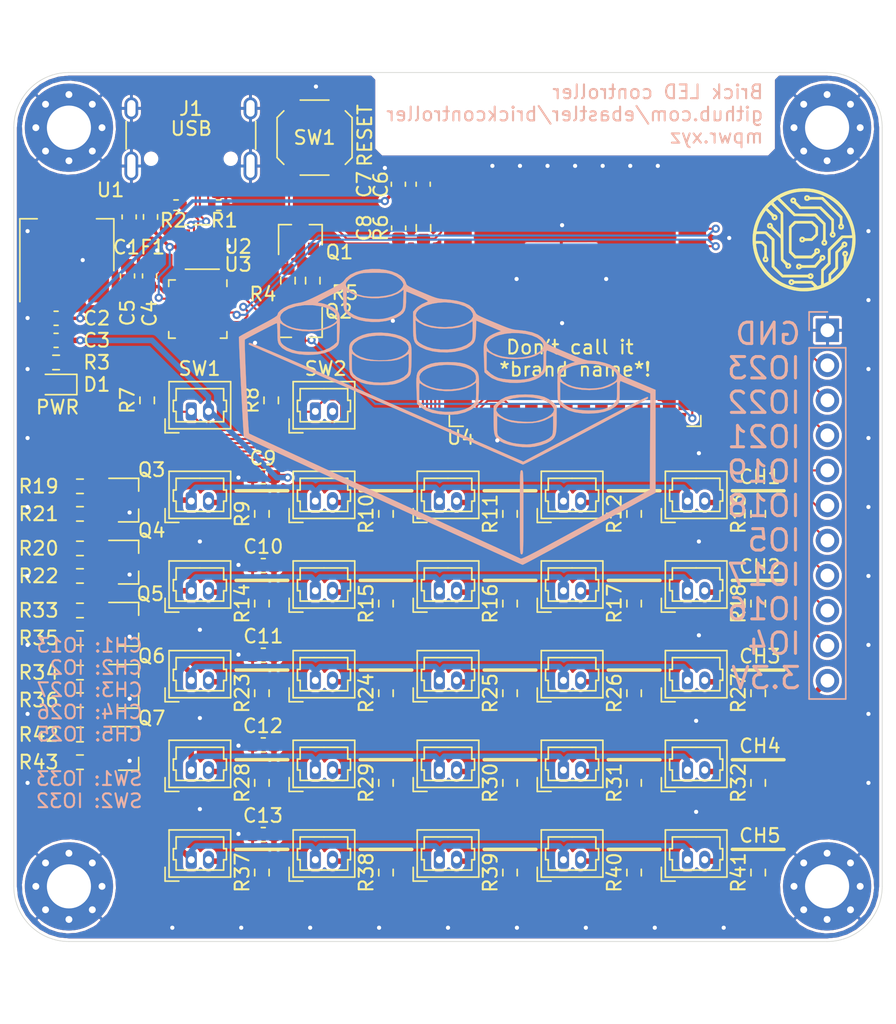
<source format=kicad_pcb>
(kicad_pcb (version 20171130) (host pcbnew 5.1.9)
  (layers (0 F.Cu signal) (31 B.Cu signal) (34 B.Paste user hide) (35 F.Paste user hide) (36 B.SilkS user) (37 F.SilkS user) (38 B.Mask user) (39 F.Mask user) (44 Edge.Cuts user))
  (net 0 "")
  (net 1 GND)
  (net 2 +5V)
  (net 3 +3V3)
  (net 4 "Net-(J5-Pad1)")
  (net 5 "Net-(J10-Pad2)")
  (net 6 "Net-(J10-Pad1)")
  (net 7 "Net-(J15-Pad1)")
  (net 8 "Net-(J20-Pad1)")
  (net 9 "Net-(J25-Pad1)")
  (net 10 "Net-(Q1-Pad1)")
  (net 11 "Net-(Q2-Pad1)")
  (net 12 "Net-(Q3-Pad1)")
  (net 13 "Net-(Q4-Pad1)")
  (net 14 "Net-(Q5-Pad1)")
  (net 15 VBUS)
  (net 16 "Net-(J1-PadA5)")
  (net 17 USB_D-)
  (net 18 USB_D+)
  (net 19 "Net-(J1-PadB5)")
  (net 20 "Net-(J2-Pad2)")
  (net 21 "Net-(J12-Pad2)")
  (net 22 "Net-(J17-Pad2)")
  (net 23 "Net-(J22-Pad2)")
  (net 24 ESP_RXD)
  (net 25 ESP_TXD)
  (net 26 ESP_EN)
  (net 27 ESP_IO0)
  (net 28 "Net-(Q6-Pad1)")
  (net 29 "Net-(Q7-Pad1)")
  (net 30 /RTS)
  (net 31 /DTR)
  (net 32 "Net-(J13-Pad2)")
  (net 33 "Net-(J18-Pad2)")
  (net 34 "Net-(J23-Pad2)")
  (net 35 ch1)
  (net 36 ch2)
  (net 37 ch3)
  (net 38 ch4)
  (net 39 ch5)
  (net 40 "Net-(J14-Pad2)")
  (net 41 "Net-(J19-Pad2)")
  (net 42 "Net-(J24-Pad2)")
  (net 43 "Net-(J5-Pad2)")
  (net 44 "Net-(J6-Pad2)")
  (net 45 "Net-(J7-Pad2)")
  (net 46 "Net-(J8-Pad2)")
  (net 47 "Net-(J9-Pad2)")
  (net 48 "Net-(J11-Pad2)")
  (net 49 "Net-(J15-Pad2)")
  (net 50 "Net-(J16-Pad2)")
  (net 51 "Net-(J20-Pad2)")
  (net 52 "Net-(J21-Pad2)")
  (net 53 "Net-(J25-Pad2)")
  (net 54 "Net-(J26-Pad2)")
  (net 55 "Net-(J27-Pad2)")
  (net 56 "Net-(J28-Pad2)")
  (net 57 CON1)
  (net 58 CON2)
  (net 59 "Net-(J29-Pad2)")
  (net 60 "Net-(J2-Pad10)")
  (net 61 "Net-(J2-Pad9)")
  (net 62 "Net-(J2-Pad8)")
  (net 63 "Net-(J2-Pad7)")
  (net 64 "Net-(J2-Pad6)")
  (net 65 "Net-(J2-Pad5)")
  (net 66 "Net-(J2-Pad4)")
  (net 67 "Net-(J2-Pad3)")
  (net 68 "Net-(D1-Pad1)")
  (module project:brick (layer B.Cu) (at 23.12 20.72 180)
    (fp_text reference H6 hide)
    (fp_text value logo_ebastler hide)
  )
  (module Connector_USB:USB_C_Receptacle_HRO_TYPE-C-31-M-12 (layer F.Cu) (at 4.4 -0.4 180)
    (fp_text reference J1 (at 0 1.03 180) (layer F.SilkS))
    (fp_text value USB_C_Receptacle_USB2.0)
    (pad B1 smd rect (at 3.25 -4.045 180) (size 0.6 1.45) (layers F.Cu F.Paste F.Mask) (net 1 GND))
    (pad A9 smd rect (at 2.45 -4.045 180) (size 0.6 1.45) (layers F.Cu F.Paste F.Mask) (net 15 VBUS))
    (pad B9 smd rect (at -2.45 -4.045 180) (size 0.6 1.45) (layers F.Cu F.Paste F.Mask) (net 15 VBUS))
    (pad B12 smd rect (at -3.25 -4.045 180) (size 0.6 1.45) (layers F.Cu F.Paste F.Mask) (net 1 GND))
    (pad A1 smd rect (at -3.25 -4.045 180) (size 0.6 1.45) (layers F.Cu F.Paste F.Mask) (net 1 GND))
    (pad A4 smd rect (at -2.45 -4.045 180) (size 0.6 1.45) (layers F.Cu F.Paste F.Mask) (net 15 VBUS))
    (pad B4 smd rect (at 2.45 -4.045 180) (size 0.6 1.45) (layers F.Cu F.Paste F.Mask) (net 15 VBUS))
    (pad A12 smd rect (at 3.25 -4.045 180) (size 0.6 1.45) (layers F.Cu F.Paste F.Mask) (net 1 GND))
    (pad B8 smd rect (at -1.75 -4.045 180) (size 0.3 1.45) (layers F.Cu F.Paste F.Mask))
    (pad A5 smd rect (at -1.25 -4.045 180) (size 0.3 1.45) (layers F.Cu F.Paste F.Mask) (net 16 "Net-(J1-PadA5)"))
    (pad B7 smd rect (at -0.75 -4.045 180) (size 0.3 1.45) (layers F.Cu F.Paste F.Mask) (net 17 USB_D-))
    (pad A7 smd rect (at 0.25 -4.045 180) (size 0.3 1.45) (layers F.Cu F.Paste F.Mask) (net 17 USB_D-))
    (pad B6 smd rect (at 0.75 -4.045 180) (size 0.3 1.45) (layers F.Cu F.Paste F.Mask) (net 18 USB_D+))
    (pad A8 smd rect (at 1.25 -4.045 180) (size 0.3 1.45) (layers F.Cu F.Paste F.Mask))
    (pad B5 smd rect (at 1.75 -4.045 180) (size 0.3 1.45) (layers F.Cu F.Paste F.Mask) (net 19 "Net-(J1-PadB5)"))
    (pad A6 smd rect (at -0.25 -4.045 180) (size 0.3 1.45) (layers F.Cu F.Paste F.Mask) (net 18 USB_D+))
    (pad S1 thru_hole oval (at 4.32 -3.13 180) (size 1 2.1) (drill oval 0.6 1.7) (layers *.Cu *.Mask) (net 1 GND))
    (pad S1 thru_hole oval (at -4.32 -3.13 180) (size 1 2.1) (drill oval 0.6 1.7) (layers *.Cu *.Mask) (net 1 GND))
    (pad "" np_thru_hole circle (at -2.89 -2.6 180) (size 0.65 0.65) (drill 0.65) (layers *.Cu *.Mask))
    (pad S1 thru_hole oval (at -4.32 1.05 180) (size 1 1.6) (drill oval 0.6 1.2) (layers *.Cu *.Mask) (net 1 GND))
    (pad "" np_thru_hole circle (at 2.89 -2.6 180) (size 0.65 0.65) (drill 0.65) (layers *.Cu *.Mask))
    (pad S1 thru_hole oval (at 4.32 1.05 180) (size 1 1.6) (drill oval 0.6 1.2) (layers *.Cu *.Mask) (net 1 GND))
  )
  (module RF_Module:ESP32-WROOM-32 (layer F.Cu) (at 32.27 11.72)
    (fp_text reference U4 (at -8.3 10.7 180) (layer F.SilkS))
    (fp_text value ESP32-WROOM-32)
    (pad 38 smd rect (at 8.5 -8.255) (size 2 0.9) (layers F.Cu F.Paste F.Mask) (net 1 GND))
    (pad 37 smd rect (at 8.5 -6.985) (size 2 0.9) (layers F.Cu F.Paste F.Mask) (net 20 "Net-(J2-Pad2)"))
    (pad 36 smd rect (at 8.5 -5.715) (size 2 0.9) (layers F.Cu F.Paste F.Mask) (net 67 "Net-(J2-Pad3)"))
    (pad 35 smd rect (at 8.5 -4.445) (size 2 0.9) (layers F.Cu F.Paste F.Mask) (net 25 ESP_TXD))
    (pad 34 smd rect (at 8.5 -3.175) (size 2 0.9) (layers F.Cu F.Paste F.Mask) (net 24 ESP_RXD))
    (pad 33 smd rect (at 8.5 -1.905) (size 2 0.9) (layers F.Cu F.Paste F.Mask) (net 66 "Net-(J2-Pad4)"))
    (pad 32 smd rect (at 8.5 -0.635) (size 2 0.9) (layers F.Cu F.Paste F.Mask))
    (pad 31 smd rect (at 8.5 0.635) (size 2 0.9) (layers F.Cu F.Paste F.Mask) (net 65 "Net-(J2-Pad5)"))
    (pad 30 smd rect (at 8.5 1.905) (size 2 0.9) (layers F.Cu F.Paste F.Mask) (net 64 "Net-(J2-Pad6)"))
    (pad 29 smd rect (at 8.5 3.175) (size 2 0.9) (layers F.Cu F.Paste F.Mask) (net 63 "Net-(J2-Pad7)"))
    (pad 28 smd rect (at 8.5 4.445) (size 2 0.9) (layers F.Cu F.Paste F.Mask) (net 62 "Net-(J2-Pad8)"))
    (pad 27 smd rect (at 8.5 5.715) (size 2 0.9) (layers F.Cu F.Paste F.Mask) (net 61 "Net-(J2-Pad9)"))
    (pad 26 smd rect (at 8.5 6.985) (size 2 0.9) (layers F.Cu F.Paste F.Mask) (net 60 "Net-(J2-Pad10)"))
    (pad 25 smd rect (at 8.5 8.255) (size 2 0.9) (layers F.Cu F.Paste F.Mask) (net 27 ESP_IO0))
    (pad 24 smd rect (at 5.715 9.255 90) (size 2 0.9) (layers F.Cu F.Paste F.Mask) (net 36 ch2))
    (pad 23 smd rect (at 4.445 9.255 90) (size 2 0.9) (layers F.Cu F.Paste F.Mask))
    (pad 22 smd rect (at 3.175 9.255 90) (size 2 0.9) (layers F.Cu F.Paste F.Mask))
    (pad 21 smd rect (at 1.905 9.255 90) (size 2 0.9) (layers F.Cu F.Paste F.Mask))
    (pad 20 smd rect (at 0.635 9.255 90) (size 2 0.9) (layers F.Cu F.Paste F.Mask))
    (pad 19 smd rect (at -0.635 9.255 90) (size 2 0.9) (layers F.Cu F.Paste F.Mask))
    (pad 18 smd rect (at -1.905 9.255 90) (size 2 0.9) (layers F.Cu F.Paste F.Mask))
    (pad 17 smd rect (at -3.175 9.255 90) (size 2 0.9) (layers F.Cu F.Paste F.Mask))
    (pad 16 smd rect (at -4.445 9.255 90) (size 2 0.9) (layers F.Cu F.Paste F.Mask) (net 35 ch1))
    (pad 15 smd rect (at -5.715 9.255 90) (size 2 0.9) (layers F.Cu F.Paste F.Mask) (net 1 GND))
    (pad 14 smd rect (at -8.5 8.255) (size 2 0.9) (layers F.Cu F.Paste F.Mask))
    (pad 13 smd rect (at -8.5 6.985) (size 2 0.9) (layers F.Cu F.Paste F.Mask))
    (pad 12 smd rect (at -8.5 5.715) (size 2 0.9) (layers F.Cu F.Paste F.Mask) (net 37 ch3))
    (pad 11 smd rect (at -8.5 4.445) (size 2 0.9) (layers F.Cu F.Paste F.Mask) (net 38 ch4))
    (pad 10 smd rect (at -8.5 3.175) (size 2 0.9) (layers F.Cu F.Paste F.Mask) (net 39 ch5))
    (pad 9 smd rect (at -8.5 1.905) (size 2 0.9) (layers F.Cu F.Paste F.Mask) (net 57 CON1))
    (pad 8 smd rect (at -8.5 0.635) (size 2 0.9) (layers F.Cu F.Paste F.Mask) (net 58 CON2))
    (pad 7 smd rect (at -8.5 -0.635) (size 2 0.9) (layers F.Cu F.Paste F.Mask))
    (pad 6 smd rect (at -8.5 -1.905) (size 2 0.9) (layers F.Cu F.Paste F.Mask))
    (pad 5 smd rect (at -8.5 -3.175) (size 2 0.9) (layers F.Cu F.Paste F.Mask))
    (pad 4 smd rect (at -8.5 -4.445) (size 2 0.9) (layers F.Cu F.Paste F.Mask))
    (pad 3 smd rect (at -8.5 -5.715) (size 2 0.9) (layers F.Cu F.Paste F.Mask) (net 26 ESP_EN))
    (pad 2 smd rect (at -8.5 -6.985) (size 2 0.9) (layers F.Cu F.Paste F.Mask) (net 3 +3V3))
    (pad 1 smd rect (at -8.5 -8.255) (size 2 0.9) (layers F.Cu F.Paste F.Mask) (net 1 GND))
    (pad 39 smd rect (at -1 -0.755) (size 5 5) (layers F.Cu F.Paste F.Mask) (net 1 GND))
  )
  (module Resistor_SMD:R_0603_1608Metric (layer F.Cu) (at -5.38 16.97 180)
    (fp_text reference R3 (at -2.95 0) (layer F.SilkS))
    (fp_text value 1k)
    (pad 2 smd roundrect (at 0.825 0 180) (size 0.8 0.95) (layers F.Cu F.Paste F.Mask) (net 1 GND))
    (pad 1 smd roundrect (at -0.825 0 180) (size 0.8 0.95) (layers F.Cu F.Paste F.Mask) (net 68 "Net-(D1-Pad1)"))
  )
  (module LED_SMD:LED_0603_1608Metric (layer F.Cu) (at -5.36 18.57 180)
    (fp_text reference D1 (at -2.93 0) (layer F.SilkS))
    (fp_text value PWR)
    (pad 2 smd roundrect (at 0.7875 0 180) (size 0.875 0.95) (layers F.Cu F.Paste F.Mask) (net 3 +3V3))
    (pad 1 smd roundrect (at -0.7875 0 180) (size 0.875 0.95) (layers F.Cu F.Paste F.Mask) (net 68 "Net-(D1-Pad1)"))
  )
  (module Capacitor_SMD:C_0603_1608Metric (layer F.Cu) (at -5.38 15.37 180)
    (fp_text reference C3 (at -2.95 0) (layer F.SilkS))
    (fp_text value 10u)
    (pad 2 smd roundrect (at 0.775 0 180) (size 0.9 0.95) (layers F.Cu F.Paste F.Mask) (net 1 GND))
    (pad 1 smd roundrect (at -0.775 0 180) (size 0.9 0.95) (layers F.Cu F.Paste F.Mask) (net 3 +3V3))
  )
  (module logo-branding:logo_silk_7p5 (layer F.Cu) (at 48.87 8.07)
    (fp_text reference H5 hide)
    (fp_text value logo_ebastler hide)
  )
  (module Connector_PinSocket_2.54mm:PinSocket_1x11_P2.54mm_Vertical (layer B.Cu) (at 50.575 14.637499 180)
    (fp_text reference J2 hide)
    (fp_text value Conn_01x11_Male)
    (pad 11 thru_hole oval (at 0 -25.4 180) (size 1.7 1.7) (drill 1) (layers *.Cu *.Mask) (net 3 +3V3))
    (pad 10 thru_hole oval (at 0 -22.86 180) (size 1.7 1.7) (drill 1) (layers *.Cu *.Mask) (net 60 "Net-(J2-Pad10)"))
    (pad 9 thru_hole oval (at 0 -20.32 180) (size 1.7 1.7) (drill 1) (layers *.Cu *.Mask) (net 61 "Net-(J2-Pad9)"))
    (pad 8 thru_hole oval (at 0 -17.78 180) (size 1.7 1.7) (drill 1) (layers *.Cu *.Mask) (net 62 "Net-(J2-Pad8)"))
    (pad 7 thru_hole oval (at 0 -15.24 180) (size 1.7 1.7) (drill 1) (layers *.Cu *.Mask) (net 63 "Net-(J2-Pad7)"))
    (pad 6 thru_hole oval (at 0 -12.7 180) (size 1.7 1.7) (drill 1) (layers *.Cu *.Mask) (net 64 "Net-(J2-Pad6)"))
    (pad 5 thru_hole oval (at 0 -10.16 180) (size 1.7 1.7) (drill 1) (layers *.Cu *.Mask) (net 65 "Net-(J2-Pad5)"))
    (pad 4 thru_hole oval (at 0 -7.62 180) (size 1.7 1.7) (drill 1) (layers *.Cu *.Mask) (net 66 "Net-(J2-Pad4)"))
    (pad 3 thru_hole oval (at 0 -5.08 180) (size 1.7 1.7) (drill 1) (layers *.Cu *.Mask) (net 67 "Net-(J2-Pad3)"))
    (pad 2 thru_hole oval (at 0 -2.54 180) (size 1.7 1.7) (drill 1) (layers *.Cu *.Mask) (net 20 "Net-(J2-Pad2)"))
    (pad 1 thru_hole rect (at 0 0 180) (size 1.7 1.7) (drill 1) (layers *.Cu *.Mask) (net 1 GND))
  )
  (module Resistor_SMD:R_0603_1608Metric (layer F.Cu) (at 10.225 19.72 90)
    (fp_text reference R8 (at 0 -1.43 90) (layer F.SilkS))
    (fp_text value 10k)
    (pad 2 smd roundrect (at 0.825 0 90) (size 0.8 0.95) (layers F.Cu F.Paste F.Mask) (net 1 GND))
    (pad 1 smd roundrect (at -0.825 0 90) (size 0.8 0.95) (layers F.Cu F.Paste F.Mask) (net 58 CON2))
  )
  (module Resistor_SMD:R_0603_1608Metric (layer F.Cu) (at 1.225 19.72 90)
    (fp_text reference R7 (at 0 -1.43 90) (layer F.SilkS))
    (fp_text value 10k)
    (pad 2 smd roundrect (at 0.825 0 90) (size 0.8 0.95) (layers F.Cu F.Paste F.Mask) (net 1 GND))
    (pad 1 smd roundrect (at -0.825 0 90) (size 0.8 0.95) (layers F.Cu F.Paste F.Mask) (net 57 CON1))
  )
  (module Connector_Molex:Molex_PicoBlade_53047-0210_1x02_P1.25mm_Vertical (layer F.Cu) (at 4.425 20.52)
    (fp_text reference J3 hide)
    (fp_text value Conn_01x02)
    (pad 2 thru_hole oval (at 1.25 0) (size 0.8 1.3) (drill 0.5) (layers *.Cu *.Mask) (net 3 +3V3))
    (pad 1 thru_hole roundrect (at 0 0) (size 0.8 1.3) (drill 0.5) (layers *.Cu *.Mask) (net 57 CON1))
  )
  (module MountingHole:MountingHole_3.2mm_M3_Pad_Via (layer F.Cu) (at -4.45 54.95)
    (fp_text reference H4 hide)
    (fp_text value MountingHole_Pad)
    (pad 1 thru_hole circle (at 1.697056 -1.697056) (size 0.8 0.8) (drill 0.5) (layers *.Cu *.Mask) (net 1 GND))
    (pad 1 thru_hole circle (at 0 -2.4) (size 0.8 0.8) (drill 0.5) (layers *.Cu *.Mask) (net 1 GND))
    (pad 1 thru_hole circle (at -1.697056 -1.697056) (size 0.8 0.8) (drill 0.5) (layers *.Cu *.Mask) (net 1 GND))
    (pad 1 thru_hole circle (at -2.4 0) (size 0.8 0.8) (drill 0.5) (layers *.Cu *.Mask) (net 1 GND))
    (pad 1 thru_hole circle (at -1.697056 1.697056) (size 0.8 0.8) (drill 0.5) (layers *.Cu *.Mask) (net 1 GND))
    (pad 1 thru_hole circle (at 0 2.4) (size 0.8 0.8) (drill 0.5) (layers *.Cu *.Mask) (net 1 GND))
    (pad 1 thru_hole circle (at 1.697056 1.697056) (size 0.8 0.8) (drill 0.5) (layers *.Cu *.Mask) (net 1 GND))
    (pad 1 thru_hole circle (at 2.4 0) (size 0.8 0.8) (drill 0.5) (layers *.Cu *.Mask) (net 1 GND))
    (pad 1 thru_hole circle (at 0 0) (size 6.4 6.4) (drill 3.2) (layers *.Cu *.Mask) (net 1 GND))
  )
  (module MountingHole:MountingHole_3.2mm_M3_Pad_Via (layer F.Cu) (at 50.55 -0.05)
    (fp_text reference H3 hide)
    (fp_text value MountingHole_Pad)
    (pad 1 thru_hole circle (at 1.697056 -1.697056) (size 0.8 0.8) (drill 0.5) (layers *.Cu *.Mask) (net 1 GND))
    (pad 1 thru_hole circle (at 0 -2.4) (size 0.8 0.8) (drill 0.5) (layers *.Cu *.Mask) (net 1 GND))
    (pad 1 thru_hole circle (at -1.697056 -1.697056) (size 0.8 0.8) (drill 0.5) (layers *.Cu *.Mask) (net 1 GND))
    (pad 1 thru_hole circle (at -2.4 0) (size 0.8 0.8) (drill 0.5) (layers *.Cu *.Mask) (net 1 GND))
    (pad 1 thru_hole circle (at -1.697056 1.697056) (size 0.8 0.8) (drill 0.5) (layers *.Cu *.Mask) (net 1 GND))
    (pad 1 thru_hole circle (at 0 2.4) (size 0.8 0.8) (drill 0.5) (layers *.Cu *.Mask) (net 1 GND))
    (pad 1 thru_hole circle (at 1.697056 1.697056) (size 0.8 0.8) (drill 0.5) (layers *.Cu *.Mask) (net 1 GND))
    (pad 1 thru_hole circle (at 2.4 0) (size 0.8 0.8) (drill 0.5) (layers *.Cu *.Mask) (net 1 GND))
    (pad 1 thru_hole circle (at 0 0) (size 6.4 6.4) (drill 3.2) (layers *.Cu *.Mask) (net 1 GND))
  )
  (module MountingHole:MountingHole_3.2mm_M3_Pad_Via (layer F.Cu) (at 50.55 54.95)
    (fp_text reference H2 hide)
    (fp_text value MountingHole_Pad)
    (pad 1 thru_hole circle (at 1.697056 -1.697056) (size 0.8 0.8) (drill 0.5) (layers *.Cu *.Mask) (net 1 GND))
    (pad 1 thru_hole circle (at 0 -2.4) (size 0.8 0.8) (drill 0.5) (layers *.Cu *.Mask) (net 1 GND))
    (pad 1 thru_hole circle (at -1.697056 -1.697056) (size 0.8 0.8) (drill 0.5) (layers *.Cu *.Mask) (net 1 GND))
    (pad 1 thru_hole circle (at -2.4 0) (size 0.8 0.8) (drill 0.5) (layers *.Cu *.Mask) (net 1 GND))
    (pad 1 thru_hole circle (at -1.697056 1.697056) (size 0.8 0.8) (drill 0.5) (layers *.Cu *.Mask) (net 1 GND))
    (pad 1 thru_hole circle (at 0 2.4) (size 0.8 0.8) (drill 0.5) (layers *.Cu *.Mask) (net 1 GND))
    (pad 1 thru_hole circle (at 1.697056 1.697056) (size 0.8 0.8) (drill 0.5) (layers *.Cu *.Mask) (net 1 GND))
    (pad 1 thru_hole circle (at 2.4 0) (size 0.8 0.8) (drill 0.5) (layers *.Cu *.Mask) (net 1 GND))
    (pad 1 thru_hole circle (at 0 0) (size 6.4 6.4) (drill 3.2) (layers *.Cu *.Mask) (net 1 GND))
  )
  (module MountingHole:MountingHole_3.2mm_M3_Pad_Via (layer F.Cu) (at -4.45 -0.05)
    (fp_text reference H1 hide)
    (fp_text value MountingHole_Pad)
    (pad 1 thru_hole circle (at 1.697056 -1.697056) (size 0.8 0.8) (drill 0.5) (layers *.Cu *.Mask) (net 1 GND))
    (pad 1 thru_hole circle (at 0 -2.4) (size 0.8 0.8) (drill 0.5) (layers *.Cu *.Mask) (net 1 GND))
    (pad 1 thru_hole circle (at -1.697056 -1.697056) (size 0.8 0.8) (drill 0.5) (layers *.Cu *.Mask) (net 1 GND))
    (pad 1 thru_hole circle (at -2.4 0) (size 0.8 0.8) (drill 0.5) (layers *.Cu *.Mask) (net 1 GND))
    (pad 1 thru_hole circle (at -1.697056 1.697056) (size 0.8 0.8) (drill 0.5) (layers *.Cu *.Mask) (net 1 GND))
    (pad 1 thru_hole circle (at 0 2.4) (size 0.8 0.8) (drill 0.5) (layers *.Cu *.Mask) (net 1 GND))
    (pad 1 thru_hole circle (at 1.697056 1.697056) (size 0.8 0.8) (drill 0.5) (layers *.Cu *.Mask) (net 1 GND))
    (pad 1 thru_hole circle (at 2.4 0) (size 0.8 0.8) (drill 0.5) (layers *.Cu *.Mask) (net 1 GND))
    (pad 1 thru_hole circle (at 0 0) (size 6.4 6.4) (drill 3.2) (layers *.Cu *.Mask) (net 1 GND))
  )
  (module Connector_Molex:Molex_PicoBlade_53047-0210_1x02_P1.25mm_Vertical (layer F.Cu) (at 40.425 53.02)
    (fp_text reference J29 hide)
    (fp_text value Conn_01x02)
    (pad 2 thru_hole oval (at 1.25 0) (size 0.8 1.3) (drill 0.5) (layers *.Cu *.Mask) (net 59 "Net-(J29-Pad2)"))
    (pad 1 thru_hole roundrect (at 0 0) (size 0.8 1.3) (drill 0.5) (layers *.Cu *.Mask) (net 9 "Net-(J25-Pad1)"))
  )
  (module Connector_Molex:Molex_PicoBlade_53047-0210_1x02_P1.25mm_Vertical (layer F.Cu) (at 31.425 53.02)
    (fp_text reference J28 hide)
    (fp_text value Conn_01x02)
    (pad 2 thru_hole oval (at 1.25 0) (size 0.8 1.3) (drill 0.5) (layers *.Cu *.Mask) (net 56 "Net-(J28-Pad2)"))
    (pad 1 thru_hole roundrect (at 0 0) (size 0.8 1.3) (drill 0.5) (layers *.Cu *.Mask) (net 9 "Net-(J25-Pad1)"))
  )
  (module Connector_Molex:Molex_PicoBlade_53047-0210_1x02_P1.25mm_Vertical (layer F.Cu) (at 22.425 53.02)
    (fp_text reference J27 hide)
    (fp_text value Conn_01x02)
    (pad 2 thru_hole oval (at 1.25 0) (size 0.8 1.3) (drill 0.5) (layers *.Cu *.Mask) (net 55 "Net-(J27-Pad2)"))
    (pad 1 thru_hole roundrect (at 0 0) (size 0.8 1.3) (drill 0.5) (layers *.Cu *.Mask) (net 9 "Net-(J25-Pad1)"))
  )
  (module Connector_Molex:Molex_PicoBlade_53047-0210_1x02_P1.25mm_Vertical (layer F.Cu) (at 13.425 53.02)
    (fp_text reference J26 hide)
    (fp_text value Conn_01x02)
    (pad 2 thru_hole oval (at 1.25 0) (size 0.8 1.3) (drill 0.5) (layers *.Cu *.Mask) (net 54 "Net-(J26-Pad2)"))
    (pad 1 thru_hole roundrect (at 0 0) (size 0.8 1.3) (drill 0.5) (layers *.Cu *.Mask) (net 9 "Net-(J25-Pad1)"))
  )
  (module Connector_Molex:Molex_PicoBlade_53047-0210_1x02_P1.25mm_Vertical (layer F.Cu) (at 4.425 53.02)
    (fp_text reference J25 hide)
    (fp_text value Conn_01x02)
    (pad 2 thru_hole oval (at 1.25 0) (size 0.8 1.3) (drill 0.5) (layers *.Cu *.Mask) (net 53 "Net-(J25-Pad2)"))
    (pad 1 thru_hole roundrect (at 0 0) (size 0.8 1.3) (drill 0.5) (layers *.Cu *.Mask) (net 9 "Net-(J25-Pad1)"))
  )
  (module Connector_Molex:Molex_PicoBlade_53047-0210_1x02_P1.25mm_Vertical (layer F.Cu) (at 40.425 46.52)
    (fp_text reference J24 hide)
    (fp_text value Conn_01x02)
    (pad 2 thru_hole oval (at 1.25 0) (size 0.8 1.3) (drill 0.5) (layers *.Cu *.Mask) (net 42 "Net-(J24-Pad2)"))
    (pad 1 thru_hole roundrect (at 0 0) (size 0.8 1.3) (drill 0.5) (layers *.Cu *.Mask) (net 8 "Net-(J20-Pad1)"))
  )
  (module Connector_Molex:Molex_PicoBlade_53047-0210_1x02_P1.25mm_Vertical (layer F.Cu) (at 31.425 46.52)
    (fp_text reference J23 hide)
    (fp_text value Conn_01x02)
    (pad 2 thru_hole oval (at 1.25 0) (size 0.8 1.3) (drill 0.5) (layers *.Cu *.Mask) (net 34 "Net-(J23-Pad2)"))
    (pad 1 thru_hole roundrect (at 0 0) (size 0.8 1.3) (drill 0.5) (layers *.Cu *.Mask) (net 8 "Net-(J20-Pad1)"))
  )
  (module Connector_Molex:Molex_PicoBlade_53047-0210_1x02_P1.25mm_Vertical (layer F.Cu) (at 22.425 46.52)
    (fp_text reference J22 hide)
    (fp_text value Conn_01x02)
    (pad 2 thru_hole oval (at 1.25 0) (size 0.8 1.3) (drill 0.5) (layers *.Cu *.Mask) (net 23 "Net-(J22-Pad2)"))
    (pad 1 thru_hole roundrect (at 0 0) (size 0.8 1.3) (drill 0.5) (layers *.Cu *.Mask) (net 8 "Net-(J20-Pad1)"))
  )
  (module Connector_Molex:Molex_PicoBlade_53047-0210_1x02_P1.25mm_Vertical (layer F.Cu) (at 13.425 46.52)
    (fp_text reference J21 hide)
    (fp_text value Conn_01x02)
    (pad 2 thru_hole oval (at 1.25 0) (size 0.8 1.3) (drill 0.5) (layers *.Cu *.Mask) (net 52 "Net-(J21-Pad2)"))
    (pad 1 thru_hole roundrect (at 0 0) (size 0.8 1.3) (drill 0.5) (layers *.Cu *.Mask) (net 8 "Net-(J20-Pad1)"))
  )
  (module Connector_Molex:Molex_PicoBlade_53047-0210_1x02_P1.25mm_Vertical (layer F.Cu) (at 4.425 46.52)
    (fp_text reference J20 hide)
    (fp_text value Conn_01x02)
    (pad 2 thru_hole oval (at 1.25 0) (size 0.8 1.3) (drill 0.5) (layers *.Cu *.Mask) (net 51 "Net-(J20-Pad2)"))
    (pad 1 thru_hole roundrect (at 0 0) (size 0.8 1.3) (drill 0.5) (layers *.Cu *.Mask) (net 8 "Net-(J20-Pad1)"))
  )
  (module Connector_Molex:Molex_PicoBlade_53047-0210_1x02_P1.25mm_Vertical (layer F.Cu) (at 40.425 40.02)
    (fp_text reference J19 hide)
    (fp_text value Conn_01x02)
    (pad 2 thru_hole oval (at 1.25 0) (size 0.8 1.3) (drill 0.5) (layers *.Cu *.Mask) (net 41 "Net-(J19-Pad2)"))
    (pad 1 thru_hole roundrect (at 0 0) (size 0.8 1.3) (drill 0.5) (layers *.Cu *.Mask) (net 7 "Net-(J15-Pad1)"))
  )
  (module Connector_Molex:Molex_PicoBlade_53047-0210_1x02_P1.25mm_Vertical (layer F.Cu) (at 31.425 40.02)
    (fp_text reference J18 hide)
    (fp_text value Conn_01x02)
    (pad 2 thru_hole oval (at 1.25 0) (size 0.8 1.3) (drill 0.5) (layers *.Cu *.Mask) (net 33 "Net-(J18-Pad2)"))
    (pad 1 thru_hole roundrect (at 0 0) (size 0.8 1.3) (drill 0.5) (layers *.Cu *.Mask) (net 7 "Net-(J15-Pad1)"))
  )
  (module Connector_Molex:Molex_PicoBlade_53047-0210_1x02_P1.25mm_Vertical (layer F.Cu) (at 22.425 40.02)
    (fp_text reference J17 hide)
    (fp_text value Conn_01x02)
    (pad 2 thru_hole oval (at 1.25 0) (size 0.8 1.3) (drill 0.5) (layers *.Cu *.Mask) (net 22 "Net-(J17-Pad2)"))
    (pad 1 thru_hole roundrect (at 0 0) (size 0.8 1.3) (drill 0.5) (layers *.Cu *.Mask) (net 7 "Net-(J15-Pad1)"))
  )
  (module Connector_Molex:Molex_PicoBlade_53047-0210_1x02_P1.25mm_Vertical (layer F.Cu) (at 13.425 40.02)
    (fp_text reference J16 hide)
    (fp_text value Conn_01x02)
    (pad 2 thru_hole oval (at 1.25 0) (size 0.8 1.3) (drill 0.5) (layers *.Cu *.Mask) (net 50 "Net-(J16-Pad2)"))
    (pad 1 thru_hole roundrect (at 0 0) (size 0.8 1.3) (drill 0.5) (layers *.Cu *.Mask) (net 7 "Net-(J15-Pad1)"))
  )
  (module Connector_Molex:Molex_PicoBlade_53047-0210_1x02_P1.25mm_Vertical (layer F.Cu) (at 4.425 40.02)
    (fp_text reference J15 hide)
    (fp_text value Conn_01x02)
    (pad 2 thru_hole oval (at 1.25 0) (size 0.8 1.3) (drill 0.5) (layers *.Cu *.Mask) (net 49 "Net-(J15-Pad2)"))
    (pad 1 thru_hole roundrect (at 0 0) (size 0.8 1.3) (drill 0.5) (layers *.Cu *.Mask) (net 7 "Net-(J15-Pad1)"))
  )
  (module Connector_Molex:Molex_PicoBlade_53047-0210_1x02_P1.25mm_Vertical (layer F.Cu) (at 40.425 33.52)
    (fp_text reference J14 hide)
    (fp_text value Conn_01x02)
    (pad 2 thru_hole oval (at 1.25 0) (size 0.8 1.3) (drill 0.5) (layers *.Cu *.Mask) (net 40 "Net-(J14-Pad2)"))
    (pad 1 thru_hole roundrect (at 0 0) (size 0.8 1.3) (drill 0.5) (layers *.Cu *.Mask) (net 6 "Net-(J10-Pad1)"))
  )
  (module Connector_Molex:Molex_PicoBlade_53047-0210_1x02_P1.25mm_Vertical (layer F.Cu) (at 31.425 33.52)
    (fp_text reference J13 hide)
    (fp_text value Conn_01x02)
    (pad 2 thru_hole oval (at 1.25 0) (size 0.8 1.3) (drill 0.5) (layers *.Cu *.Mask) (net 32 "Net-(J13-Pad2)"))
    (pad 1 thru_hole roundrect (at 0 0) (size 0.8 1.3) (drill 0.5) (layers *.Cu *.Mask) (net 6 "Net-(J10-Pad1)"))
  )
  (module Connector_Molex:Molex_PicoBlade_53047-0210_1x02_P1.25mm_Vertical (layer F.Cu) (at 22.425 33.52)
    (fp_text reference J12 hide)
    (fp_text value Conn_01x02)
    (pad 2 thru_hole oval (at 1.25 0) (size 0.8 1.3) (drill 0.5) (layers *.Cu *.Mask) (net 21 "Net-(J12-Pad2)"))
    (pad 1 thru_hole roundrect (at 0 0) (size 0.8 1.3) (drill 0.5) (layers *.Cu *.Mask) (net 6 "Net-(J10-Pad1)"))
  )
  (module Connector_Molex:Molex_PicoBlade_53047-0210_1x02_P1.25mm_Vertical (layer F.Cu) (at 13.425 33.52)
    (fp_text reference J11 hide)
    (fp_text value Conn_01x02)
    (pad 2 thru_hole oval (at 1.25 0) (size 0.8 1.3) (drill 0.5) (layers *.Cu *.Mask) (net 48 "Net-(J11-Pad2)"))
    (pad 1 thru_hole roundrect (at 0 0) (size 0.8 1.3) (drill 0.5) (layers *.Cu *.Mask) (net 6 "Net-(J10-Pad1)"))
  )
  (module Connector_Molex:Molex_PicoBlade_53047-0210_1x02_P1.25mm_Vertical (layer F.Cu) (at 4.425 33.52)
    (fp_text reference J10 hide)
    (fp_text value Conn_01x02)
    (pad 2 thru_hole oval (at 1.25 0) (size 0.8 1.3) (drill 0.5) (layers *.Cu *.Mask) (net 5 "Net-(J10-Pad2)"))
    (pad 1 thru_hole roundrect (at 0 0) (size 0.8 1.3) (drill 0.5) (layers *.Cu *.Mask) (net 6 "Net-(J10-Pad1)"))
  )
  (module Connector_Molex:Molex_PicoBlade_53047-0210_1x02_P1.25mm_Vertical (layer F.Cu) (at 40.425 27.02)
    (fp_text reference J9 hide)
    (fp_text value Conn_01x02)
    (pad 2 thru_hole oval (at 1.25 0) (size 0.8 1.3) (drill 0.5) (layers *.Cu *.Mask) (net 47 "Net-(J9-Pad2)"))
    (pad 1 thru_hole roundrect (at 0 0) (size 0.8 1.3) (drill 0.5) (layers *.Cu *.Mask) (net 4 "Net-(J5-Pad1)"))
  )
  (module Connector_Molex:Molex_PicoBlade_53047-0210_1x02_P1.25mm_Vertical (layer F.Cu) (at 31.425 27.02)
    (fp_text reference J8 hide)
    (fp_text value Conn_01x02)
    (pad 2 thru_hole oval (at 1.25 0) (size 0.8 1.3) (drill 0.5) (layers *.Cu *.Mask) (net 46 "Net-(J8-Pad2)"))
    (pad 1 thru_hole roundrect (at 0 0) (size 0.8 1.3) (drill 0.5) (layers *.Cu *.Mask) (net 4 "Net-(J5-Pad1)"))
  )
  (module Connector_Molex:Molex_PicoBlade_53047-0210_1x02_P1.25mm_Vertical (layer F.Cu) (at 22.425 27.02)
    (fp_text reference J7 hide)
    (fp_text value Conn_01x02)
    (pad 2 thru_hole oval (at 1.25 0) (size 0.8 1.3) (drill 0.5) (layers *.Cu *.Mask) (net 45 "Net-(J7-Pad2)"))
    (pad 1 thru_hole roundrect (at 0 0) (size 0.8 1.3) (drill 0.5) (layers *.Cu *.Mask) (net 4 "Net-(J5-Pad1)"))
  )
  (module Connector_Molex:Molex_PicoBlade_53047-0210_1x02_P1.25mm_Vertical (layer F.Cu) (at 13.425 27.02)
    (fp_text reference J6 hide)
    (fp_text value Conn_01x02)
    (pad 2 thru_hole oval (at 1.25 0) (size 0.8 1.3) (drill 0.5) (layers *.Cu *.Mask) (net 44 "Net-(J6-Pad2)"))
    (pad 1 thru_hole roundrect (at 0 0) (size 0.8 1.3) (drill 0.5) (layers *.Cu *.Mask) (net 4 "Net-(J5-Pad1)"))
  )
  (module Connector_Molex:Molex_PicoBlade_53047-0210_1x02_P1.25mm_Vertical (layer F.Cu) (at 4.425 27.02)
    (fp_text reference J5 hide)
    (fp_text value Conn_01x02)
    (pad 2 thru_hole oval (at 1.25 0) (size 0.8 1.3) (drill 0.5) (layers *.Cu *.Mask) (net 43 "Net-(J5-Pad2)"))
    (pad 1 thru_hole roundrect (at 0 0) (size 0.8 1.3) (drill 0.5) (layers *.Cu *.Mask) (net 4 "Net-(J5-Pad1)"))
  )
  (module Connector_Molex:Molex_PicoBlade_53047-0210_1x02_P1.25mm_Vertical (layer F.Cu) (at 13.425 20.52)
    (fp_text reference J4 hide)
    (fp_text value Conn_01x02)
    (pad 2 thru_hole oval (at 1.25 0) (size 0.8 1.3) (drill 0.5) (layers *.Cu *.Mask) (net 3 +3V3))
    (pad 1 thru_hole roundrect (at 0 0) (size 0.8 1.3) (drill 0.5) (layers *.Cu *.Mask) (net 58 CON2))
  )
  (module Resistor_SMD:R_0402_1005Metric (layer F.Cu) (at 3.32 5.57)
    (fp_text reference R2 (at -0.2 1.1) (layer F.SilkS))
    (fp_text value 5.1k)
    (pad 2 smd roundrect (at 0.51 0) (size 0.54 0.64) (layers F.Cu F.Paste F.Mask) (net 1 GND))
    (pad 1 smd roundrect (at -0.51 0) (size 0.54 0.64) (layers F.Cu F.Paste F.Mask) (net 19 "Net-(J1-PadB5)"))
  )
  (module Resistor_SMD:R_0402_1005Metric (layer F.Cu) (at 6.42 5.57)
    (fp_text reference R1 (at 0.4 1.1) (layer F.SilkS))
    (fp_text value 5.1k)
    (pad 2 smd roundrect (at 0.51 0) (size 0.54 0.64) (layers F.Cu F.Paste F.Mask) (net 1 GND))
    (pad 1 smd roundrect (at -0.51 0) (size 0.54 0.64) (layers F.Cu F.Paste F.Mask) (net 16 "Net-(J1-PadA5)"))
  )
  (module Package_DFN_QFN:QFN-24-1EP_4x4mm_P0.5mm_EP2.6x2.6mm (layer F.Cu) (at 4.9 13.1 270)
    (fp_text reference U3 (at -3.23 -2.92 180) (layer F.SilkS))
    (fp_text value CP2104)
    (pad 25 smd rect (at 0 0 270) (size 2.6 2.6) (layers F.Cu F.Mask) (net 1 GND))
    (pad 24 smd roundrect (at -1.25 -1.9375 270) (size 0.25 0.825) (layers F.Cu F.Paste F.Mask))
    (pad 23 smd roundrect (at -0.75 -1.9375 270) (size 0.25 0.825) (layers F.Cu F.Paste F.Mask) (net 31 /DTR))
    (pad 22 smd roundrect (at -0.25 -1.9375 270) (size 0.25 0.825) (layers F.Cu F.Paste F.Mask))
    (pad 21 smd roundrect (at 0.25 -1.9375 270) (size 0.25 0.825) (layers F.Cu F.Paste F.Mask) (net 24 ESP_RXD))
    (pad 20 smd roundrect (at 0.75 -1.9375 270) (size 0.25 0.825) (layers F.Cu F.Paste F.Mask) (net 25 ESP_TXD))
    (pad 19 smd roundrect (at 1.25 -1.9375 270) (size 0.25 0.825) (layers F.Cu F.Paste F.Mask) (net 30 /RTS))
    (pad 18 smd roundrect (at 1.9375 -1.25 270) (size 0.825 0.25) (layers F.Cu F.Paste F.Mask))
    (pad 17 smd roundrect (at 1.9375 -0.75 270) (size 0.825 0.25) (layers F.Cu F.Paste F.Mask))
    (pad 16 smd roundrect (at 1.9375 -0.25 270) (size 0.825 0.25) (layers F.Cu F.Paste F.Mask))
    (pad 15 smd roundrect (at 1.9375 0.25 270) (size 0.825 0.25) (layers F.Cu F.Paste F.Mask))
    (pad 14 smd roundrect (at 1.9375 0.75 270) (size 0.825 0.25) (layers F.Cu F.Paste F.Mask))
    (pad 13 smd roundrect (at 1.9375 1.25 270) (size 0.825 0.25) (layers F.Cu F.Paste F.Mask))
    (pad 12 smd roundrect (at 1.25 1.9375 270) (size 0.25 0.825) (layers F.Cu F.Paste F.Mask))
    (pad 11 smd roundrect (at 0.75 1.9375 270) (size 0.25 0.825) (layers F.Cu F.Paste F.Mask))
    (pad 10 smd roundrect (at 0.25 1.9375 270) (size 0.25 0.825) (layers F.Cu F.Paste F.Mask))
    (pad 9 smd roundrect (at -0.25 1.9375 270) (size 0.25 0.825) (layers F.Cu F.Paste F.Mask))
    (pad 8 smd roundrect (at -0.75 1.9375 270) (size 0.25 0.825) (layers F.Cu F.Paste F.Mask) (net 2 +5V))
    (pad 7 smd roundrect (at -1.25 1.9375 270) (size 0.25 0.825) (layers F.Cu F.Paste F.Mask) (net 3 +3V3))
    (pad 6 smd roundrect (at -1.9375 1.25 270) (size 0.825 0.25) (layers F.Cu F.Paste F.Mask) (net 3 +3V3))
    (pad 5 smd roundrect (at -1.9375 0.75 270) (size 0.825 0.25) (layers F.Cu F.Paste F.Mask) (net 3 +3V3))
    (pad 4 smd roundrect (at -1.9375 0.25 270) (size 0.825 0.25) (layers F.Cu F.Paste F.Mask) (net 17 USB_D-))
    (pad 3 smd roundrect (at -1.9375 -0.25 270) (size 0.825 0.25) (layers F.Cu F.Paste F.Mask) (net 18 USB_D+))
    (pad 2 smd roundrect (at -1.9375 -0.75 270) (size 0.825 0.25) (layers F.Cu F.Paste F.Mask) (net 1 GND))
    (pad 1 smd roundrect (at -1.9375 -1.25 270) (size 0.825 0.25) (layers F.Cu F.Paste F.Mask))
  )
  (module Resistor_SMD:R_0603_1608Metric (layer F.Cu) (at 21.27 7.22 270)
    (fp_text reference R6 (at 0 3.1 90) (layer F.SilkS))
    (fp_text value 10k)
    (pad 2 smd roundrect (at 0.825 0 270) (size 0.8 0.95) (layers F.Cu F.Paste F.Mask) (net 26 ESP_EN))
    (pad 1 smd roundrect (at -0.825 0 270) (size 0.8 0.95) (layers F.Cu F.Paste F.Mask) (net 3 +3V3))
  )
  (module Package_TO_SOT_SMD:SOT-23 (layer F.Cu) (at 12.34 14.39 270)
    (fp_text reference Q2 (at -1.12 -2.78 180) (layer F.SilkS))
    (fp_text value SS8050)
    (pad 3 smd rect (at 1 0 270) (size 0.9 0.8) (layers F.Cu F.Paste F.Mask) (net 27 ESP_IO0))
    (pad 2 smd rect (at -1 0.95 270) (size 0.9 0.8) (layers F.Cu F.Paste F.Mask) (net 31 /DTR))
    (pad 1 smd rect (at -1 -0.95 270) (size 0.9 0.8) (layers F.Cu F.Paste F.Mask) (net 11 "Net-(Q2-Pad1)"))
  )
  (module Package_TO_SOT_SMD:SOT-23 (layer F.Cu) (at 12.34 7.74 90)
    (fp_text reference Q1 (at -1.23 2.83 180) (layer F.SilkS))
    (fp_text value SS8050)
    (pad 3 smd rect (at 1 0 90) (size 0.9 0.8) (layers F.Cu F.Paste F.Mask) (net 26 ESP_EN))
    (pad 2 smd rect (at -1 0.95 90) (size 0.9 0.8) (layers F.Cu F.Paste F.Mask) (net 30 /RTS))
    (pad 1 smd rect (at -1 -0.95 90) (size 0.9 0.8) (layers F.Cu F.Paste F.Mask) (net 10 "Net-(Q1-Pad1)"))
  )
  (module Button_Switch_SMD:SW_SPST_SKQG_WithoutStem (layer F.Cu) (at 13.37 0.67 270)
    (fp_text reference SW1 (at 0 0 180) (layer F.SilkS))
    (fp_text value SW_Push)
    (pad 2 smd rect (at 3.1 1.85 270) (size 1.8 1.1) (layers F.Cu F.Paste F.Mask) (net 26 ESP_EN))
    (pad 2 smd rect (at -3.1 1.85 270) (size 1.8 1.1) (layers F.Cu F.Paste F.Mask) (net 26 ESP_EN))
    (pad 1 smd rect (at 3.1 -1.85 270) (size 1.8 1.1) (layers F.Cu F.Paste F.Mask) (net 1 GND))
    (pad 1 smd rect (at -3.1 -1.85 270) (size 1.8 1.1) (layers F.Cu F.Paste F.Mask) (net 1 GND))
  )
  (module Resistor_SMD:R_0603_1608Metric (layer F.Cu) (at 13.24 11.04 270)
    (fp_text reference R5 (at 0.88 -2.33 180) (layer F.SilkS))
    (fp_text value 10k)
    (pad 2 smd roundrect (at 0.825 0 270) (size 0.8 0.95) (layers F.Cu F.Paste F.Mask) (net 11 "Net-(Q2-Pad1)"))
    (pad 1 smd roundrect (at -0.825 0 270) (size 0.8 0.95) (layers F.Cu F.Paste F.Mask) (net 30 /RTS))
  )
  (module Resistor_SMD:R_0603_1608Metric (layer F.Cu) (at 11.44 11.04 90)
    (fp_text reference R4 (at -0.98 -1.82 180) (layer F.SilkS))
    (fp_text value 10k)
    (pad 2 smd roundrect (at 0.825 0 90) (size 0.8 0.95) (layers F.Cu F.Paste F.Mask) (net 10 "Net-(Q1-Pad1)"))
    (pad 1 smd roundrect (at -0.825 0 90) (size 0.8 0.95) (layers F.Cu F.Paste F.Mask) (net 31 /DTR))
  )
  (module Fuse:Fuse_0603_1608Metric (layer F.Cu) (at 1.47 6.42 270)
    (fp_text reference F1 (at 2.2 -0.15 180) (layer F.SilkS))
    (fp_text value "750 mA")
    (pad 2 smd roundrect (at 0.7875 0 270) (size 0.875 0.95) (layers F.Cu F.Paste F.Mask) (net 2 +5V))
    (pad 1 smd roundrect (at -0.7875 0 270) (size 0.875 0.95) (layers F.Cu F.Paste F.Mask) (net 15 VBUS))
  )
  (module Package_TO_SOT_SMD:SOT-23-6 (layer F.Cu) (at 4.9 8.6 180)
    (fp_text reference U2 (at -2.92 0.03) (layer F.SilkS))
    (fp_text value SRV05-4)
    (pad 5 smd rect (at 1.1 0 180) (size 1.06 0.65) (layers F.Cu F.Paste F.Mask) (net 2 +5V))
    (pad 6 smd rect (at 1.1 -0.95 180) (size 1.06 0.65) (layers F.Cu F.Paste F.Mask))
    (pad 4 smd rect (at 1.1 0.95 180) (size 1.06 0.65) (layers F.Cu F.Paste F.Mask) (net 17 USB_D-))
    (pad 3 smd rect (at -1.1 0.95 180) (size 1.06 0.65) (layers F.Cu F.Paste F.Mask) (net 18 USB_D+))
    (pad 2 smd rect (at -1.1 0 180) (size 1.06 0.65) (layers F.Cu F.Paste F.Mask) (net 1 GND))
    (pad 1 smd rect (at -1.1 -0.95 180) (size 1.06 0.65) (layers F.Cu F.Paste F.Mask))
  )
  (module Resistor_SMD:R_0603_1608Metric (layer F.Cu) (at -3.65 45.95 180)
    (fp_text reference R43 (at 3 0) (layer F.SilkS))
    (fp_text value 10k)
    (pad 2 smd roundrect (at 0.825 0 180) (size 0.8 0.95) (layers F.Cu F.Paste F.Mask) (net 1 GND))
    (pad 1 smd roundrect (at -0.825 0 180) (size 0.8 0.95) (layers F.Cu F.Paste F.Mask) (net 29 "Net-(Q7-Pad1)"))
  )
  (module Resistor_SMD:R_0603_1608Metric (layer F.Cu) (at -3.65 43.95 180)
    (fp_text reference R42 (at 3 0) (layer F.SilkS))
    (fp_text value 100R)
    (pad 2 smd roundrect (at 0.825 0 180) (size 0.8 0.95) (layers F.Cu F.Paste F.Mask) (net 39 ch5))
    (pad 1 smd roundrect (at -0.825 0 180) (size 0.8 0.95) (layers F.Cu F.Paste F.Mask) (net 29 "Net-(Q7-Pad1)"))
  )
  (module Resistor_SMD:R_0603_1608Metric (layer F.Cu) (at 45.55 53.95 90)
    (fp_text reference R41 (at 0 -1.43 90) (layer F.SilkS))
    (fp_text value 100R)
    (pad 2 smd roundrect (at 0.825 0 90) (size 0.8 0.95) (layers F.Cu F.Paste F.Mask) (net 59 "Net-(J29-Pad2)"))
    (pad 1 smd roundrect (at -0.825 0 90) (size 0.8 0.95) (layers F.Cu F.Paste F.Mask) (net 3 +3V3))
  )
  (module Resistor_SMD:R_0603_1608Metric (layer F.Cu) (at 36.55 53.95 90)
    (fp_text reference R40 (at 0 -1.43 90) (layer F.SilkS))
    (fp_text value 100R)
    (pad 2 smd roundrect (at 0.825 0 90) (size 0.8 0.95) (layers F.Cu F.Paste F.Mask) (net 56 "Net-(J28-Pad2)"))
    (pad 1 smd roundrect (at -0.825 0 90) (size 0.8 0.95) (layers F.Cu F.Paste F.Mask) (net 3 +3V3))
  )
  (module Resistor_SMD:R_0603_1608Metric (layer F.Cu) (at 27.55 53.95 90)
    (fp_text reference R39 (at 0 -1.43 90) (layer F.SilkS))
    (fp_text value 100R)
    (pad 2 smd roundrect (at 0.825 0 90) (size 0.8 0.95) (layers F.Cu F.Paste F.Mask) (net 55 "Net-(J27-Pad2)"))
    (pad 1 smd roundrect (at -0.825 0 90) (size 0.8 0.95) (layers F.Cu F.Paste F.Mask) (net 3 +3V3))
  )
  (module Resistor_SMD:R_0603_1608Metric (layer F.Cu) (at 18.55 53.95 90)
    (fp_text reference R38 (at 0 -1.43 90) (layer F.SilkS))
    (fp_text value 100R)
    (pad 2 smd roundrect (at 0.825 0 90) (size 0.8 0.95) (layers F.Cu F.Paste F.Mask) (net 54 "Net-(J26-Pad2)"))
    (pad 1 smd roundrect (at -0.825 0 90) (size 0.8 0.95) (layers F.Cu F.Paste F.Mask) (net 3 +3V3))
  )
  (module Resistor_SMD:R_0603_1608Metric (layer F.Cu) (at 9.55 53.95 90)
    (fp_text reference R37 (at 0 -1.43 90) (layer F.SilkS))
    (fp_text value 100R)
    (pad 2 smd roundrect (at 0.825 0 90) (size 0.8 0.95) (layers F.Cu F.Paste F.Mask) (net 53 "Net-(J25-Pad2)"))
    (pad 1 smd roundrect (at -0.825 0 90) (size 0.8 0.95) (layers F.Cu F.Paste F.Mask) (net 3 +3V3))
  )
  (module Resistor_SMD:R_0603_1608Metric (layer F.Cu) (at -3.65 41.45 180)
    (fp_text reference R36 (at 3 0) (layer F.SilkS))
    (fp_text value 10k)
    (pad 2 smd roundrect (at 0.825 0 180) (size 0.8 0.95) (layers F.Cu F.Paste F.Mask) (net 1 GND))
    (pad 1 smd roundrect (at -0.825 0 180) (size 0.8 0.95) (layers F.Cu F.Paste F.Mask) (net 28 "Net-(Q6-Pad1)"))
  )
  (module Resistor_SMD:R_0603_1608Metric (layer F.Cu) (at -3.65 36.95 180)
    (fp_text reference R35 (at 3 0) (layer F.SilkS))
    (fp_text value 10k)
    (pad 2 smd roundrect (at 0.825 0 180) (size 0.8 0.95) (layers F.Cu F.Paste F.Mask) (net 1 GND))
    (pad 1 smd roundrect (at -0.825 0 180) (size 0.8 0.95) (layers F.Cu F.Paste F.Mask) (net 14 "Net-(Q5-Pad1)"))
  )
  (module Resistor_SMD:R_0603_1608Metric (layer F.Cu) (at -3.65 39.45 180)
    (fp_text reference R34 (at 3 0) (layer F.SilkS))
    (fp_text value 100R)
    (pad 2 smd roundrect (at 0.825 0 180) (size 0.8 0.95) (layers F.Cu F.Paste F.Mask) (net 38 ch4))
    (pad 1 smd roundrect (at -0.825 0 180) (size 0.8 0.95) (layers F.Cu F.Paste F.Mask) (net 28 "Net-(Q6-Pad1)"))
  )
  (module Resistor_SMD:R_0603_1608Metric (layer F.Cu) (at -3.65 34.95 180)
    (fp_text reference R33 (at 3 0) (layer F.SilkS))
    (fp_text value 100R)
    (pad 2 smd roundrect (at 0.825 0 180) (size 0.8 0.95) (layers F.Cu F.Paste F.Mask) (net 37 ch3))
    (pad 1 smd roundrect (at -0.825 0 180) (size 0.8 0.95) (layers F.Cu F.Paste F.Mask) (net 14 "Net-(Q5-Pad1)"))
  )
  (module Resistor_SMD:R_0603_1608Metric (layer F.Cu) (at 45.55 47.45 90)
    (fp_text reference R32 (at 0 -1.43 90) (layer F.SilkS))
    (fp_text value 100R)
    (pad 2 smd roundrect (at 0.825 0 90) (size 0.8 0.95) (layers F.Cu F.Paste F.Mask) (net 42 "Net-(J24-Pad2)"))
    (pad 1 smd roundrect (at -0.825 0 90) (size 0.8 0.95) (layers F.Cu F.Paste F.Mask) (net 3 +3V3))
  )
  (module Resistor_SMD:R_0603_1608Metric (layer F.Cu) (at 36.55 47.45 90)
    (fp_text reference R31 (at 0 -1.43 90) (layer F.SilkS))
    (fp_text value 100R)
    (pad 2 smd roundrect (at 0.825 0 90) (size 0.8 0.95) (layers F.Cu F.Paste F.Mask) (net 34 "Net-(J23-Pad2)"))
    (pad 1 smd roundrect (at -0.825 0 90) (size 0.8 0.95) (layers F.Cu F.Paste F.Mask) (net 3 +3V3))
  )
  (module Resistor_SMD:R_0603_1608Metric (layer F.Cu) (at 27.55 47.45 90)
    (fp_text reference R30 (at 0 -1.43 90) (layer F.SilkS))
    (fp_text value 100R)
    (pad 2 smd roundrect (at 0.825 0 90) (size 0.8 0.95) (layers F.Cu F.Paste F.Mask) (net 23 "Net-(J22-Pad2)"))
    (pad 1 smd roundrect (at -0.825 0 90) (size 0.8 0.95) (layers F.Cu F.Paste F.Mask) (net 3 +3V3))
  )
  (module Resistor_SMD:R_0603_1608Metric (layer F.Cu) (at 18.55 47.45 90)
    (fp_text reference R29 (at 0 -1.43 90) (layer F.SilkS))
    (fp_text value 100R)
    (pad 2 smd roundrect (at 0.825 0 90) (size 0.8 0.95) (layers F.Cu F.Paste F.Mask) (net 52 "Net-(J21-Pad2)"))
    (pad 1 smd roundrect (at -0.825 0 90) (size 0.8 0.95) (layers F.Cu F.Paste F.Mask) (net 3 +3V3))
  )
  (module Resistor_SMD:R_0603_1608Metric (layer F.Cu) (at 9.55 47.45 90)
    (fp_text reference R28 (at 0 -1.43 90) (layer F.SilkS))
    (fp_text value 100R)
    (pad 2 smd roundrect (at 0.825 0 90) (size 0.8 0.95) (layers F.Cu F.Paste F.Mask) (net 51 "Net-(J20-Pad2)"))
    (pad 1 smd roundrect (at -0.825 0 90) (size 0.8 0.95) (layers F.Cu F.Paste F.Mask) (net 3 +3V3))
  )
  (module Resistor_SMD:R_0603_1608Metric (layer F.Cu) (at 45.55 40.95 90)
    (fp_text reference R27 (at 0 -1.43 90) (layer F.SilkS))
    (fp_text value 100R)
    (pad 2 smd roundrect (at 0.825 0 90) (size 0.8 0.95) (layers F.Cu F.Paste F.Mask) (net 41 "Net-(J19-Pad2)"))
    (pad 1 smd roundrect (at -0.825 0 90) (size 0.8 0.95) (layers F.Cu F.Paste F.Mask) (net 3 +3V3))
  )
  (module Resistor_SMD:R_0603_1608Metric (layer F.Cu) (at 36.55 40.95 90)
    (fp_text reference R26 (at 0 -1.43 90) (layer F.SilkS))
    (fp_text value 100R)
    (pad 2 smd roundrect (at 0.825 0 90) (size 0.8 0.95) (layers F.Cu F.Paste F.Mask) (net 33 "Net-(J18-Pad2)"))
    (pad 1 smd roundrect (at -0.825 0 90) (size 0.8 0.95) (layers F.Cu F.Paste F.Mask) (net 3 +3V3))
  )
  (module Resistor_SMD:R_0603_1608Metric (layer F.Cu) (at 27.55 40.95 90)
    (fp_text reference R25 (at 0 -1.43 90) (layer F.SilkS))
    (fp_text value 100R)
    (pad 2 smd roundrect (at 0.825 0 90) (size 0.8 0.95) (layers F.Cu F.Paste F.Mask) (net 22 "Net-(J17-Pad2)"))
    (pad 1 smd roundrect (at -0.825 0 90) (size 0.8 0.95) (layers F.Cu F.Paste F.Mask) (net 3 +3V3))
  )
  (module Resistor_SMD:R_0603_1608Metric (layer F.Cu) (at 18.55 40.95 90)
    (fp_text reference R24 (at 0 -1.43 90) (layer F.SilkS))
    (fp_text value 100R)
    (pad 2 smd roundrect (at 0.825 0 90) (size 0.8 0.95) (layers F.Cu F.Paste F.Mask) (net 50 "Net-(J16-Pad2)"))
    (pad 1 smd roundrect (at -0.825 0 90) (size 0.8 0.95) (layers F.Cu F.Paste F.Mask) (net 3 +3V3))
  )
  (module Resistor_SMD:R_0603_1608Metric (layer F.Cu) (at 9.55 40.95 90)
    (fp_text reference R23 (at 0 -1.43 90) (layer F.SilkS))
    (fp_text value 100R)
    (pad 2 smd roundrect (at 0.825 0 90) (size 0.8 0.95) (layers F.Cu F.Paste F.Mask) (net 49 "Net-(J15-Pad2)"))
    (pad 1 smd roundrect (at -0.825 0 90) (size 0.8 0.95) (layers F.Cu F.Paste F.Mask) (net 3 +3V3))
  )
  (module Resistor_SMD:R_0603_1608Metric (layer F.Cu) (at -3.65 32.45 180)
    (fp_text reference R22 (at 3 0) (layer F.SilkS))
    (fp_text value 10k)
    (pad 2 smd roundrect (at 0.825 0 180) (size 0.8 0.95) (layers F.Cu F.Paste F.Mask) (net 1 GND))
    (pad 1 smd roundrect (at -0.825 0 180) (size 0.8 0.95) (layers F.Cu F.Paste F.Mask) (net 13 "Net-(Q4-Pad1)"))
  )
  (module Resistor_SMD:R_0603_1608Metric (layer F.Cu) (at -3.65 27.95 180)
    (fp_text reference R21 (at 3 0) (layer F.SilkS))
    (fp_text value 10k)
    (pad 2 smd roundrect (at 0.825 0 180) (size 0.8 0.95) (layers F.Cu F.Paste F.Mask) (net 1 GND))
    (pad 1 smd roundrect (at -0.825 0 180) (size 0.8 0.95) (layers F.Cu F.Paste F.Mask) (net 12 "Net-(Q3-Pad1)"))
  )
  (module Resistor_SMD:R_0603_1608Metric (layer F.Cu) (at -3.65 30.45 180)
    (fp_text reference R20 (at 3 0) (layer F.SilkS))
    (fp_text value 100R)
    (pad 2 smd roundrect (at 0.825 0 180) (size 0.8 0.95) (layers F.Cu F.Paste F.Mask) (net 36 ch2))
    (pad 1 smd roundrect (at -0.825 0 180) (size 0.8 0.95) (layers F.Cu F.Paste F.Mask) (net 13 "Net-(Q4-Pad1)"))
  )
  (module Resistor_SMD:R_0603_1608Metric (layer F.Cu) (at -3.65 25.95 180)
    (fp_text reference R19 (at 3 0) (layer F.SilkS))
    (fp_text value 100R)
    (pad 2 smd roundrect (at 0.825 0 180) (size 0.8 0.95) (layers F.Cu F.Paste F.Mask) (net 35 ch1))
    (pad 1 smd roundrect (at -0.825 0 180) (size 0.8 0.95) (layers F.Cu F.Paste F.Mask) (net 12 "Net-(Q3-Pad1)"))
  )
  (module Resistor_SMD:R_0603_1608Metric (layer F.Cu) (at 45.55 34.45 90)
    (fp_text reference R18 (at 0 -1.43 90) (layer F.SilkS))
    (fp_text value 100R)
    (pad 2 smd roundrect (at 0.825 0 90) (size 0.8 0.95) (layers F.Cu F.Paste F.Mask) (net 40 "Net-(J14-Pad2)"))
    (pad 1 smd roundrect (at -0.825 0 90) (size 0.8 0.95) (layers F.Cu F.Paste F.Mask) (net 3 +3V3))
  )
  (module Resistor_SMD:R_0603_1608Metric (layer F.Cu) (at 36.55 34.45 90)
    (fp_text reference R17 (at 0 -1.43 90) (layer F.SilkS))
    (fp_text value 100R)
    (pad 2 smd roundrect (at 0.825 0 90) (size 0.8 0.95) (layers F.Cu F.Paste F.Mask) (net 32 "Net-(J13-Pad2)"))
    (pad 1 smd roundrect (at -0.825 0 90) (size 0.8 0.95) (layers F.Cu F.Paste F.Mask) (net 3 +3V3))
  )
  (module Resistor_SMD:R_0603_1608Metric (layer F.Cu) (at 27.55 34.45 90)
    (fp_text reference R16 (at 0 -1.43 90) (layer F.SilkS))
    (fp_text value 100R)
    (pad 2 smd roundrect (at 0.825 0 90) (size 0.8 0.95) (layers F.Cu F.Paste F.Mask) (net 21 "Net-(J12-Pad2)"))
    (pad 1 smd roundrect (at -0.825 0 90) (size 0.8 0.95) (layers F.Cu F.Paste F.Mask) (net 3 +3V3))
  )
  (module Resistor_SMD:R_0603_1608Metric (layer F.Cu) (at 18.55 34.45 90)
    (fp_text reference R15 (at 0 -1.43 90) (layer F.SilkS))
    (fp_text value 100R)
    (pad 2 smd roundrect (at 0.825 0 90) (size 0.8 0.95) (layers F.Cu F.Paste F.Mask) (net 48 "Net-(J11-Pad2)"))
    (pad 1 smd roundrect (at -0.825 0 90) (size 0.8 0.95) (layers F.Cu F.Paste F.Mask) (net 3 +3V3))
  )
  (module Resistor_SMD:R_0603_1608Metric (layer F.Cu) (at 9.55 34.45 90)
    (fp_text reference R14 (at 0 -1.43 90) (layer F.SilkS))
    (fp_text value 100R)
    (pad 2 smd roundrect (at 0.825 0 90) (size 0.8 0.95) (layers F.Cu F.Paste F.Mask) (net 5 "Net-(J10-Pad2)"))
    (pad 1 smd roundrect (at -0.825 0 90) (size 0.8 0.95) (layers F.Cu F.Paste F.Mask) (net 3 +3V3))
  )
  (module Resistor_SMD:R_0603_1608Metric (layer F.Cu) (at 45.55 27.95 90)
    (fp_text reference R13 (at 0 -1.43 90) (layer F.SilkS))
    (fp_text value 100R)
    (pad 2 smd roundrect (at 0.825 0 90) (size 0.8 0.95) (layers F.Cu F.Paste F.Mask) (net 47 "Net-(J9-Pad2)"))
    (pad 1 smd roundrect (at -0.825 0 90) (size 0.8 0.95) (layers F.Cu F.Paste F.Mask) (net 3 +3V3))
  )
  (module Resistor_SMD:R_0603_1608Metric (layer F.Cu) (at 36.55 27.95 90)
    (fp_text reference R12 (at 0 -1.43 90) (layer F.SilkS))
    (fp_text value 100R)
    (pad 2 smd roundrect (at 0.825 0 90) (size 0.8 0.95) (layers F.Cu F.Paste F.Mask) (net 46 "Net-(J8-Pad2)"))
    (pad 1 smd roundrect (at -0.825 0 90) (size 0.8 0.95) (layers F.Cu F.Paste F.Mask) (net 3 +3V3))
  )
  (module Resistor_SMD:R_0603_1608Metric (layer F.Cu) (at 27.55 27.95 90)
    (fp_text reference R11 (at 0 -1.43 90) (layer F.SilkS))
    (fp_text value 100R)
    (pad 2 smd roundrect (at 0.825 0 90) (size 0.8 0.95) (layers F.Cu F.Paste F.Mask) (net 45 "Net-(J7-Pad2)"))
    (pad 1 smd roundrect (at -0.825 0 90) (size 0.8 0.95) (layers F.Cu F.Paste F.Mask) (net 3 +3V3))
  )
  (module Resistor_SMD:R_0603_1608Metric (layer F.Cu) (at 18.55 27.95 90)
    (fp_text reference R10 (at 0 -1.43 90) (layer F.SilkS))
    (fp_text value 100R)
    (pad 2 smd roundrect (at 0.825 0 90) (size 0.8 0.95) (layers F.Cu F.Paste F.Mask) (net 44 "Net-(J6-Pad2)"))
    (pad 1 smd roundrect (at -0.825 0 90) (size 0.8 0.95) (layers F.Cu F.Paste F.Mask) (net 3 +3V3))
  )
  (module Resistor_SMD:R_0603_1608Metric (layer F.Cu) (at 9.55 27.95 90)
    (fp_text reference R9 (at 0 -1.43 90) (layer F.SilkS))
    (fp_text value 100R)
    (pad 2 smd roundrect (at 0.825 0 90) (size 0.8 0.95) (layers F.Cu F.Paste F.Mask) (net 43 "Net-(J5-Pad2)"))
    (pad 1 smd roundrect (at -0.825 0 90) (size 0.8 0.95) (layers F.Cu F.Paste F.Mask) (net 3 +3V3))
  )
  (module Package_TO_SOT_SMD:SOT-23 (layer F.Cu) (at -0.15 44.95)
    (fp_text reference Q7 (at 1.7 -2.2) (layer F.SilkS))
    (fp_text value AO3400A)
    (pad 3 smd rect (at 1 0) (size 0.9 0.8) (layers F.Cu F.Paste F.Mask) (net 9 "Net-(J25-Pad1)"))
    (pad 2 smd rect (at -1 0.95) (size 0.9 0.8) (layers F.Cu F.Paste F.Mask) (net 1 GND))
    (pad 1 smd rect (at -1 -0.95) (size 0.9 0.8) (layers F.Cu F.Paste F.Mask) (net 29 "Net-(Q7-Pad1)"))
  )
  (module Package_TO_SOT_SMD:SOT-23 (layer F.Cu) (at -0.15 40.45)
    (fp_text reference Q6 (at 1.7 -2.2) (layer F.SilkS))
    (fp_text value AO3400A)
    (pad 3 smd rect (at 1 0) (size 0.9 0.8) (layers F.Cu F.Paste F.Mask) (net 8 "Net-(J20-Pad1)"))
    (pad 2 smd rect (at -1 0.95) (size 0.9 0.8) (layers F.Cu F.Paste F.Mask) (net 1 GND))
    (pad 1 smd rect (at -1 -0.95) (size 0.9 0.8) (layers F.Cu F.Paste F.Mask) (net 28 "Net-(Q6-Pad1)"))
  )
  (module Package_TO_SOT_SMD:SOT-23 (layer F.Cu) (at -0.15 35.95)
    (fp_text reference Q5 (at 1.6 -2.2) (layer F.SilkS))
    (fp_text value AO3400A)
    (pad 3 smd rect (at 1 0) (size 0.9 0.8) (layers F.Cu F.Paste F.Mask) (net 7 "Net-(J15-Pad1)"))
    (pad 2 smd rect (at -1 0.95) (size 0.9 0.8) (layers F.Cu F.Paste F.Mask) (net 1 GND))
    (pad 1 smd rect (at -1 -0.95) (size 0.9 0.8) (layers F.Cu F.Paste F.Mask) (net 14 "Net-(Q5-Pad1)"))
  )
  (module Package_TO_SOT_SMD:SOT-23 (layer F.Cu) (at -0.15 31.45)
    (fp_text reference Q4 (at 1.7 -2.3) (layer F.SilkS))
    (fp_text value AO3400A)
    (pad 3 smd rect (at 1 0) (size 0.9 0.8) (layers F.Cu F.Paste F.Mask) (net 6 "Net-(J10-Pad1)"))
    (pad 2 smd rect (at -1 0.95) (size 0.9 0.8) (layers F.Cu F.Paste F.Mask) (net 1 GND))
    (pad 1 smd rect (at -1 -0.95) (size 0.9 0.8) (layers F.Cu F.Paste F.Mask) (net 13 "Net-(Q4-Pad1)"))
  )
  (module Package_TO_SOT_SMD:SOT-23 (layer F.Cu) (at -0.15 26.95)
    (fp_text reference Q3 (at 1.7 -2.2) (layer F.SilkS))
    (fp_text value AO3400A)
    (pad 3 smd rect (at 1 0) (size 0.9 0.8) (layers F.Cu F.Paste F.Mask) (net 4 "Net-(J5-Pad1)"))
    (pad 2 smd rect (at -1 0.95) (size 0.9 0.8) (layers F.Cu F.Paste F.Mask) (net 1 GND))
    (pad 1 smd rect (at -1 -0.95) (size 0.9 0.8) (layers F.Cu F.Paste F.Mask) (net 12 "Net-(Q3-Pad1)"))
  )
  (module Capacitor_SMD:C_0603_1608Metric (layer F.Cu) (at 9.65 51.2 180)
    (fp_text reference C13 (at 0.025 1.38) (layer F.SilkS))
    (fp_text value 4.7u)
    (pad 2 smd roundrect (at 0.775 0 180) (size 0.9 0.95) (layers F.Cu F.Paste F.Mask) (net 1 GND))
    (pad 1 smd roundrect (at -0.775 0 180) (size 0.9 0.95) (layers F.Cu F.Paste F.Mask) (net 3 +3V3))
  )
  (module Capacitor_SMD:C_0603_1608Metric (layer F.Cu) (at 9.65 44.7 180)
    (fp_text reference C12 (at 0.025 1.38) (layer F.SilkS))
    (fp_text value 4.7u)
    (pad 2 smd roundrect (at 0.775 0 180) (size 0.9 0.95) (layers F.Cu F.Paste F.Mask) (net 1 GND))
    (pad 1 smd roundrect (at -0.775 0 180) (size 0.9 0.95) (layers F.Cu F.Paste F.Mask) (net 3 +3V3))
  )
  (module Capacitor_SMD:C_0603_1608Metric (layer F.Cu) (at 9.65 38.2 180)
    (fp_text reference C11 (at 0 1.38) (layer F.SilkS))
    (fp_text value 4.7u)
    (pad 2 smd roundrect (at 0.775 0 180) (size 0.9 0.95) (layers F.Cu F.Paste F.Mask) (net 1 GND))
    (pad 1 smd roundrect (at -0.775 0 180) (size 0.9 0.95) (layers F.Cu F.Paste F.Mask) (net 3 +3V3))
  )
  (module Capacitor_SMD:C_0603_1608Metric (layer F.Cu) (at 9.65 31.7 180)
    (fp_text reference C10 (at 0 1.38) (layer F.SilkS))
    (fp_text value 4.7u)
    (pad 2 smd roundrect (at 0.775 0 180) (size 0.9 0.95) (layers F.Cu F.Paste F.Mask) (net 1 GND))
    (pad 1 smd roundrect (at -0.775 0 180) (size 0.9 0.95) (layers F.Cu F.Paste F.Mask) (net 3 +3V3))
  )
  (module Capacitor_SMD:C_0603_1608Metric (layer F.Cu) (at 9.65 25.25 180)
    (fp_text reference C9 (at 0.025 1.33) (layer F.SilkS))
    (fp_text value 4.7u)
    (pad 2 smd roundrect (at 0.775 0 180) (size 0.9 0.95) (layers F.Cu F.Paste F.Mask) (net 1 GND))
    (pad 1 smd roundrect (at -0.775 0 180) (size 0.9 0.95) (layers F.Cu F.Paste F.Mask) (net 3 +3V3))
  )
  (module Capacitor_SMD:C_0603_1608Metric (layer F.Cu) (at 1.4 10.7 90)
    (fp_text reference C4 (at -2.72 0 90) (layer F.SilkS))
    (fp_text value 100n)
    (pad 2 smd roundrect (at 0.775 0 90) (size 0.9 0.95) (layers F.Cu F.Paste F.Mask) (net 1 GND))
    (pad 1 smd roundrect (at -0.775 0 90) (size 0.9 0.95) (layers F.Cu F.Paste F.Mask) (net 3 +3V3))
  )
  (module Capacitor_SMD:C_0603_1608Metric (layer F.Cu) (at -0.2 10.7 90)
    (fp_text reference C5 (at -2.67 0 90) (layer F.SilkS))
    (fp_text value 4.7u)
    (pad 2 smd roundrect (at 0.775 0 90) (size 0.9 0.95) (layers F.Cu F.Paste F.Mask) (net 1 GND))
    (pad 1 smd roundrect (at -0.775 0 90) (size 0.9 0.95) (layers F.Cu F.Paste F.Mask) (net 3 +3V3))
  )
  (module Capacitor_SMD:C_0603_1608Metric (layer F.Cu) (at 19.47 7.22 90)
    (fp_text reference C8 (at 0 -2.5 90) (layer F.SilkS))
    (fp_text value 1u)
    (pad 2 smd roundrect (at 0.775 0 90) (size 0.9 0.95) (layers F.Cu F.Paste F.Mask) (net 1 GND))
    (pad 1 smd roundrect (at -0.775 0 90) (size 0.9 0.95) (layers F.Cu F.Paste F.Mask) (net 26 ESP_EN))
  )
  (module Capacitor_SMD:C_0603_1608Metric (layer F.Cu) (at 19.45 4.05 270)
    (fp_text reference C7 (at 0.02 2.48 90) (layer F.SilkS))
    (fp_text value 10u)
    (pad 2 smd roundrect (at 0.775 0 270) (size 0.9 0.95) (layers F.Cu F.Paste F.Mask) (net 3 +3V3))
    (pad 1 smd roundrect (at -0.775 0 270) (size 0.9 0.95) (layers F.Cu F.Paste F.Mask) (net 1 GND))
  )
  (module Capacitor_SMD:C_0603_1608Metric (layer F.Cu) (at 21.25 4.05 270)
    (fp_text reference C6 (at 0.02 3.08 90) (layer F.SilkS))
    (fp_text value 100n)
    (pad 2 smd roundrect (at 0.775 0 270) (size 0.9 0.95) (layers F.Cu F.Paste F.Mask) (net 3 +3V3))
    (pad 1 smd roundrect (at -0.775 0 270) (size 0.9 0.95) (layers F.Cu F.Paste F.Mask) (net 1 GND))
  )
  (module Package_TO_SOT_SMD:SOT-223-3_TabPin2 (layer F.Cu) (at -4.6 8.465 90)
    (fp_text reference U1 (at 3.995 3.17 180) (layer F.SilkS))
    (fp_text value AMS1117-3.3)
    (pad 1 smd rect (at -3.15 -2.3 90) (size 2 1.5) (layers F.Cu F.Paste F.Mask) (net 1 GND))
    (pad 3 smd rect (at -3.15 2.3 90) (size 2 1.5) (layers F.Cu F.Paste F.Mask) (net 2 +5V))
    (pad 2 smd rect (at -3.15 0 90) (size 2 1.5) (layers F.Cu F.Paste F.Mask) (net 3 +3V3))
    (pad 2 smd rect (at 3.15 0 90) (size 2 3.8) (layers F.Cu F.Paste F.Mask) (net 3 +3V3))
  )
  (module Capacitor_SMD:C_0603_1608Metric (layer F.Cu) (at -5.38 13.77 180)
    (fp_text reference C2 (at -2.95 0) (layer F.SilkS))
    (fp_text value 1u)
    (pad 2 smd roundrect (at 0.775 0 180) (size 0.9 0.95) (layers F.Cu F.Paste F.Mask) (net 1 GND))
    (pad 1 smd roundrect (at -0.775 0 180) (size 0.9 0.95) (layers F.Cu F.Paste F.Mask) (net 3 +3V3))
  )
  (module Capacitor_SMD:C_0603_1608Metric (layer F.Cu) (at -0.08 6.42 90)
    (fp_text reference C1 (at -2.2 -0.2 180) (layer F.SilkS))
    (fp_text value 1u)
    (pad 2 smd roundrect (at 0.775 0 90) (size 0.9 0.95) (layers F.Cu F.Paste F.Mask) (net 1 GND))
    (pad 1 smd roundrect (at -0.775 0 90) (size 0.9 0.95) (layers F.Cu F.Paste F.Mask) (net 2 +5V))
  )
  (gr_text "Don't call it \n*brand name*!" (at 32.27 16.67) (layer F.SilkS) (effects (font (size 1 1))))
  (gr_text USB (at 4.425 0.02) (layer F.SilkS) (effects (font (size 1 1))))
  (gr_text PWR (at -5.275 20.22) (layer F.SilkS) (effects (font (size 1 1))))
  (gr_text "Brick LED controller\ngithub.com/ebastler/brickcontroller\nmpwr.xyz" (at 46.011667 -1.03) (layer B.SilkS) (effects (font (size 1 1)) (justify left mirror)))
  (gr_text "GND\nIO23\nIO22\nIO21\nIO19\nIO18\nIO5\nIO17\nIO16\nIO4\n3.3V" (at 48.77 27.37) (layer B.SilkS) (effects (font (size 1.55 1.55) (thickness 0.22)) (justify left mirror)))
  (gr_text "CH1: IO13\nCH2: IO2\nCH3: IO27\nCH4: IO26\nCH5: IO25\n\nSW1: IO33\nSW2: IO32" (at 0.975 43.12) (layer B.SilkS) (effects (font (size 1 1)) (justify left mirror)))
  (gr_text SW2 (at 14.175 17.42) (layer F.SilkS) (effects (font (size 1 1))))
  (gr_text SW1 (at 5.025 17.42) (layer F.SilkS) (effects (font (size 1 1))))
  (gr_text CH5 (at 45.675 51.27) (layer F.SilkS) (effects (font (size 1 1))))
  (gr_text CH4 (at 45.675 44.77) (layer F.SilkS) (effects (font (size 1 1))))
  (gr_text CH3 (at 45.675 38.27) (layer F.SilkS) (effects (font (size 1 1))))
  (gr_text CH2 (at 45.675 31.77) (layer F.SilkS) (effects (font (size 1 1))))
  (gr_text CH1 (at 45.675 25.27) (layer F.SilkS) (effects (font (size 1 1))))
  (gr_line (start 43.675 52.27) (end 47.425 52.27) (layer F.SilkS) (width 0.25))
  (gr_line (start 43.675 45.77) (end 47.425 45.77) (layer F.SilkS) (width 0.25))
  (gr_line (start 43.675 39.27) (end 47.425 39.27) (layer F.SilkS) (width 0.25))
  (gr_line (start 43.675 32.77) (end 47.425 32.77) (layer F.SilkS) (width 0.25))
  (gr_line (start 16.675 52.27) (end 20.425 52.27) (layer F.SilkS) (width 0.25))
  (gr_line (start 25.675 52.27) (end 29.425 52.27) (layer F.SilkS) (width 0.25))
  (gr_line (start 34.675 52.27) (end 38.425 52.27) (layer F.SilkS) (width 0.25))
  (gr_line (start 7.675 52.27) (end 11.425 52.27) (layer F.SilkS) (width 0.25))
  (gr_line (start 16.675 45.77) (end 20.425 45.77) (layer F.SilkS) (width 0.25))
  (gr_line (start 25.675 45.77) (end 29.425 45.77) (layer F.SilkS) (width 0.25))
  (gr_line (start 34.675 45.77) (end 38.425 45.77) (layer F.SilkS) (width 0.25))
  (gr_line (start 7.675 45.77) (end 11.425 45.77) (layer F.SilkS) (width 0.25))
  (gr_line (start 16.675 39.27) (end 20.425 39.27) (layer F.SilkS) (width 0.25))
  (gr_line (start 25.675 39.27) (end 29.425 39.27) (layer F.SilkS) (width 0.25))
  (gr_line (start 34.675 39.27) (end 38.425 39.27) (layer F.SilkS) (width 0.25))
  (gr_line (start 7.675 39.27) (end 11.425 39.27) (layer F.SilkS) (width 0.25))
  (gr_line (start 16.675 32.77) (end 20.425 32.77) (layer F.SilkS) (width 0.25))
  (gr_line (start 25.675 32.77) (end 29.425 32.77) (layer F.SilkS) (width 0.25))
  (gr_line (start 34.675 32.77) (end 38.425 32.77) (layer F.SilkS) (width 0.25))
  (gr_line (start 7.675 32.77) (end 11.425 32.77) (layer F.SilkS) (width 0.25))
  (gr_line (start 43.675 26.27) (end 47.425 26.27) (layer F.SilkS) (width 0.25))
  (gr_line (start 34.675 26.27) (end 38.425 26.27) (layer F.SilkS) (width 0.25))
  (gr_line (start 25.675 26.27) (end 29.425 26.27) (layer F.SilkS) (width 0.25))
  (gr_line (start 16.675 26.27) (end 20.425 26.27) (layer F.SilkS) (width 0.25))
  (gr_line (start 7.675 26.27) (end 11.425 26.27) (layer F.SilkS) (width 0.25))
  (gr_arc (start -4.45 54.95) (end -8.45 54.95) (angle -90) (layer Edge.Cuts) (width 0.05))
  (gr_arc (start 50.55 54.95) (end 50.55 58.95) (angle -90) (layer Edge.Cuts) (width 0.05))
  (gr_arc (start 50.55 -0.05) (end 54.55 -0.05) (angle -90) (layer Edge.Cuts) (width 0.05))
  (gr_arc (start -4.45 -0.05) (end -4.45 -4.05) (angle -90) (layer Edge.Cuts) (width 0.05))
  (gr_text RESET (at 17.02 0.52 90) (layer F.SilkS) (effects (font (size 1 1))))
  (gr_line (start -8.45 54.95) (end -8.45 -0.05) (layer Edge.Cuts) (width 0.05))
  (gr_line (start 50.55 58.95) (end -4.45 58.95) (layer Edge.Cuts) (width 0.05))
  (gr_line (start 54.55 -0.05) (end 54.55 54.95) (layer Edge.Cuts) (width 0.05))
  (gr_line (start -4.45 -4.05) (end 50.55 -4.05) (layer Edge.Cuts) (width 0.05))
  (segment (start -6.9 9.765) (end -6.6 9.465) (width 0.4) (layer F.Cu) (net 1))
  (segment (start -6.9 11.615) (end -6.9 9.765) (width 0.4) (layer F.Cu) (net 1))
  (segment (start 5.65 12.35) (end 4.9 13.1) (width 0.25) (layer F.Cu) (net 1))
  (segment (start 5.65 11.1625) (end 5.65 12.35) (width 0.25) (layer F.Cu) (net 1))
  (via (at -7.45 13.75) (size 0.6) (drill 0.3) (layers F.Cu B.Cu) (net 1))
  (via (at -3.45 9.55) (size 0.6) (drill 0.3) (layers F.Cu B.Cu) (net 1))
  (via (at -0.15 8.55) (size 0.6) (drill 0.3) (layers F.Cu B.Cu) (net 1))
  (via (at 1.95 8.85) (size 0.6) (drill 0.3) (layers F.Cu B.Cu) (net 1))
  (via (at 7.15 8.55) (size 0.6) (drill 0.3) (layers F.Cu B.Cu) (net 1))
  (via (at 18.47 2.87) (size 0.6) (drill 0.3) (layers F.Cu B.Cu) (net 1))
  (via (at -0.05 27.85) (size 0.6) (drill 0.3) (layers F.Cu B.Cu) (net 1))
  (via (at -0.05 32.35) (size 0.6) (drill 0.3) (layers F.Cu B.Cu) (net 1))
  (via (at -0.05 36.85) (size 0.6) (drill 0.3) (layers F.Cu B.Cu) (net 1))
  (via (at -0.05 41.35) (size 0.6) (drill 0.3) (layers F.Cu B.Cu) (net 1))
  (via (at -0.05 45.85) (size 0.6) (drill 0.3) (layers F.Cu B.Cu) (net 1))
  (via (at 7.85 25.32) (size 0.6) (drill 0.3) (layers F.Cu B.Cu) (net 1))
  (via (at 7.85 31.65) (size 0.6) (drill 0.3) (layers F.Cu B.Cu) (net 1))
  (via (at 7.85 38.15) (size 0.6) (drill 0.3) (layers F.Cu B.Cu) (net 1))
  (via (at 7.85 44.75) (size 0.6) (drill 0.3) (layers F.Cu B.Cu) (net 1))
  (via (at 7.85 51.15) (size 0.6) (drill 0.3) (layers F.Cu B.Cu) (net 1))
  (via (at 26.625 22.62) (size 0.6) (drill 0.3) (layers F.Cu B.Cu) (net 1))
  (via (at 31.325 14.12) (size 0.6) (drill 0.3) (layers F.Cu B.Cu) (net 1))
  (via (at 28.025 10.92) (size 0.6) (drill 0.3) (layers F.Cu B.Cu) (net 1))
  (via (at 34.525 10.92) (size 0.6) (drill 0.3) (layers F.Cu B.Cu) (net 1))
  (via (at 31.325 7.02) (size 0.6) (drill 0.3) (layers F.Cu B.Cu) (net 1))
  (via (at 53.55 27.45) (size 0.6) (drill 0.3) (layers F.Cu B.Cu) (net 1))
  (via (at 53.55 22.45) (size 0.6) (drill 0.3) (layers F.Cu B.Cu) (net 1))
  (via (at 53.55 17.45) (size 0.6) (drill 0.3) (layers F.Cu B.Cu) (net 1))
  (via (at 53.55 12.45) (size 0.6) (drill 0.3) (layers F.Cu B.Cu) (net 1))
  (via (at 53.55 7.45) (size 0.6) (drill 0.3) (layers F.Cu B.Cu) (net 1))
  (via (at 53.55 32.45) (size 0.6) (drill 0.3) (layers F.Cu B.Cu) (net 1))
  (via (at 53.55 37.45) (size 0.6) (drill 0.3) (layers F.Cu B.Cu) (net 1))
  (via (at 53.55 42.45) (size 0.6) (drill 0.3) (layers F.Cu B.Cu) (net 1))
  (via (at 53.55 47.45) (size 0.6) (drill 0.3) (layers F.Cu B.Cu) (net 1))
  (via (at -7.45 27.45) (size 0.6) (drill 0.3) (layers F.Cu B.Cu) (net 1))
  (via (at -7.45 22.45) (size 0.6) (drill 0.3) (layers F.Cu B.Cu) (net 1))
  (via (at -7.45 17.45) (size 0.6) (drill 0.3) (layers F.Cu B.Cu) (net 1))
  (via (at -7.45 7.45) (size 0.6) (drill 0.3) (layers F.Cu B.Cu) (net 1))
  (via (at -7.45 32.45) (size 0.6) (drill 0.3) (layers F.Cu B.Cu) (net 1))
  (via (at -7.45 37.45) (size 0.6) (drill 0.3) (layers F.Cu B.Cu) (net 1))
  (via (at -7.45 42.45) (size 0.6) (drill 0.3) (layers F.Cu B.Cu) (net 1))
  (via (at -7.45 47.45) (size 0.6) (drill 0.3) (layers F.Cu B.Cu) (net 1))
  (via (at 23.05 57.95) (size 0.6) (drill 0.3) (layers F.Cu B.Cu) (net 1))
  (via (at 28.05 57.95) (size 0.6) (drill 0.3) (layers F.Cu B.Cu) (net 1))
  (via (at 33.05 57.95) (size 0.6) (drill 0.3) (layers F.Cu B.Cu) (net 1))
  (via (at 38.05 57.95) (size 0.6) (drill 0.3) (layers F.Cu B.Cu) (net 1))
  (via (at 43.05 57.95) (size 0.6) (drill 0.3) (layers F.Cu B.Cu) (net 1))
  (via (at 18.05 57.95) (size 0.6) (drill 0.3) (layers F.Cu B.Cu) (net 1))
  (via (at 13.05 57.95) (size 0.6) (drill 0.3) (layers F.Cu B.Cu) (net 1))
  (via (at 8.05 57.95) (size 0.6) (drill 0.3) (layers F.Cu B.Cu) (net 1))
  (via (at 3.05 57.95) (size 0.6) (drill 0.3) (layers F.Cu B.Cu) (net 1))
  (via (at 19.05 13.95) (size 0.6) (drill 0.3) (layers F.Cu B.Cu) (net 1))
  (via (at 9.05 15.55) (size 0.6) (drill 0.3) (layers F.Cu B.Cu) (net 1))
  (via (at 5.05 29.95) (size 0.6) (drill 0.3) (layers F.Cu B.Cu) (net 1))
  (via (at 5.05 36.35) (size 0.6) (drill 0.3) (layers F.Cu B.Cu) (net 1))
  (via (at 5.05 42.75) (size 0.6) (drill 0.3) (layers F.Cu B.Cu) (net 1))
  (via (at 5.05 49.35) (size 0.6) (drill 0.3) (layers F.Cu B.Cu) (net 1))
  (via (at 41.05 49.55) (size 0.6) (drill 0.3) (layers F.Cu B.Cu) (net 1))
  (via (at 41.05 42.95) (size 0.6) (drill 0.3) (layers F.Cu B.Cu) (net 1))
  (via (at 41.25 36.75) (size 0.6) (drill 0.3) (layers F.Cu B.Cu) (net 1))
  (via (at 41.25 29.95) (size 0.6) (drill 0.3) (layers F.Cu B.Cu) (net 1))
  (via (at 41.25 23.55) (size 0.6) (drill 0.3) (layers F.Cu B.Cu) (net 1))
  (via (at 43.45 7.95) (size 0.6) (drill 0.3) (layers F.Cu B.Cu) (net 1))
  (via (at 13.47 -3.03) (size 0.6) (drill 0.3) (layers F.Cu B.Cu) (net 1))
  (via (at 26.27 2.72) (size 0.6) (drill 0.3) (layers F.Cu B.Cu) (net 1))
  (via (at 28.27 2.72) (size 0.6) (drill 0.3) (layers F.Cu B.Cu) (net 1))
  (via (at 30.27 2.72) (size 0.6) (drill 0.3) (layers F.Cu B.Cu) (net 1))
  (via (at 32.27 2.72) (size 0.6) (drill 0.3) (layers F.Cu B.Cu) (net 1))
  (via (at 34.27 2.72) (size 0.6) (drill 0.3) (layers F.Cu B.Cu) (net 1))
  (via (at 36.27 2.72) (size 0.6) (drill 0.3) (layers F.Cu B.Cu) (net 1))
  (via (at 38.27 2.72) (size 0.6) (drill 0.3) (layers F.Cu B.Cu) (net 1))
  (segment (start 1.47 7.2075) (end -0.0675 7.2075) (width 0.4) (layer F.Cu) (net 2))
  (segment (start -2.28 11.595) (end -2.3 11.615) (width 0.4) (layer F.Cu) (net 2))
  (segment (start 2.8625 8.6) (end 1.47 7.2075) (width 0.25) (layer F.Cu) (net 2))
  (segment (start 3.8 8.6) (end 2.8625 8.6) (width 0.25) (layer F.Cu) (net 2))
  (via (at 2.067271 12.27912) (size 0.6) (drill 0.3) (layers F.Cu B.Cu) (net 2))
  (segment (start 2.138151 12.35) (end 2.067271 12.27912) (width 0.15) (layer F.Cu) (net 2))
  (segment (start 2.9625 12.35) (end 2.138151 12.35) (width 0.15) (layer F.Cu) (net 2))
  (via (at 2.8625 8.6) (size 0.6) (drill 0.3) (layers F.Cu B.Cu) (net 2))
  (segment (start 2.067271 12.27912) (end 2.067271 10.772729) (width 0.15) (layer B.Cu) (net 2))
  (segment (start 2.067271 10.772729) (end 2.8625 9.9775) (width 0.15) (layer B.Cu) (net 2))
  (segment (start 2.8625 9.9775) (end 2.8625 8.6) (width 0.15) (layer B.Cu) (net 2))
  (segment (start -2.3 8.7) (end -2.3 11.615) (width 0.4) (layer F.Cu) (net 2))
  (segment (start -0.795 7.195) (end -2.3 8.7) (width 0.4) (layer F.Cu) (net 2))
  (segment (start -0.08 7.195) (end -0.795 7.195) (width 0.4) (layer F.Cu) (net 2))
  (segment (start -4.6 11.615) (end -4.6 5.315) (width 0.4) (layer F.Cu) (net 3))
  (segment (start 4.15 11.15) (end 3.65 11.15) (width 0.25) (layer F.Cu) (net 3))
  (segment (start 3.3375 11.1625) (end 3.65 11.1625) (width 0.25) (layer F.Cu) (net 3))
  (segment (start 2.9625 11.5375) (end 3.3375 11.1625) (width 0.25) (layer F.Cu) (net 3))
  (segment (start 2.9625 11.85) (end 2.9625 11.5375) (width 0.25) (layer F.Cu) (net 3))
  (segment (start 2.45 11.85) (end 2.9625 11.85) (width 0.25) (layer F.Cu) (net 3))
  (segment (start 2.075 11.475) (end 2.45 11.85) (width 0.25) (layer F.Cu) (net 3))
  (segment (start 1.4 11.475) (end 2.075 11.475) (width 0.25) (layer F.Cu) (net 3))
  (segment (start -0.2 11.475) (end 1.4 11.475) (width 0.25) (layer F.Cu) (net 3))
  (segment (start -4.6 13.765) (end -4.605 13.77) (width 0.4) (layer F.Cu) (net 3))
  (segment (start -4.6 11.615) (end -4.6 13.765) (width 0.4) (layer F.Cu) (net 3))
  (via (at -3.63 13.77) (size 0.6) (drill 0.3) (layers F.Cu B.Cu) (net 3))
  (segment (start -4.605 13.77) (end -3.63 13.77) (width 0.25) (layer F.Cu) (net 3))
  (segment (start 19.45 4.825) (end 21.25 4.825) (width 0.25) (layer F.Cu) (net 3))
  (segment (start 23.68 4.825) (end 23.77 4.735) (width 0.25) (layer F.Cu) (net 3))
  (segment (start 21.25 4.825) (end 23.68 4.825) (width 0.25) (layer F.Cu) (net 3))
  (segment (start 21.27 4.845) (end 21.25 4.825) (width 0.25) (layer F.Cu) (net 3))
  (segment (start 21.27 6.395) (end 21.27 4.845) (width 0.25) (layer F.Cu) (net 3))
  (segment (start -3.63 13.77) (end -1.1825 13.77) (width 0.25) (layer F.Cu) (net 3))
  (segment (start 45.55 28.775) (end 9.55 28.775) (width 0.4) (layer F.Cu) (net 3))
  (segment (start 10.425 28.775) (end 9.55 28.775) (width 0.4) (layer F.Cu) (net 3))
  (segment (start 10.425 25.25) (end 10.425 28.775) (width 0.4) (layer F.Cu) (net 3))
  (segment (start 10.425 31.7) (end 10.425 28.775) (width 0.4) (layer F.Cu) (net 3))
  (segment (start 10.425 31.7) (end 10.425 35.275) (width 0.4) (layer F.Cu) (net 3))
  (segment (start 10.425 35.275) (end 9.55 35.275) (width 0.4) (layer F.Cu) (net 3))
  (segment (start 45.55 35.275) (end 10.425 35.275) (width 0.4) (layer F.Cu) (net 3))
  (segment (start 10.425 38.2) (end 10.425 35.275) (width 0.4) (layer F.Cu) (net 3))
  (segment (start 10.425 38.2) (end 10.425 41.625) (width 0.4) (layer F.Cu) (net 3))
  (segment (start 10.575 41.775) (end 9.55 41.775) (width 0.4) (layer F.Cu) (net 3))
  (segment (start 10.425 41.625) (end 10.575 41.775) (width 0.4) (layer F.Cu) (net 3))
  (segment (start 45.55 41.775) (end 10.575 41.775) (width 0.4) (layer F.Cu) (net 3))
  (segment (start 10.425 44.7) (end 10.425 41.625) (width 0.4) (layer F.Cu) (net 3))
  (segment (start 10.425 44.7) (end 10.425 48.275) (width 0.4) (layer F.Cu) (net 3))
  (segment (start 10.425 48.275) (end 9.55 48.275) (width 0.4) (layer F.Cu) (net 3))
  (segment (start 45.55 48.275) (end 10.425 48.275) (width 0.4) (layer F.Cu) (net 3))
  (segment (start 10.425 48.275) (end 10.425 51.2) (width 0.4) (layer F.Cu) (net 3))
  (segment (start 10.425 51.2) (end 10.425 54.725) (width 0.4) (layer F.Cu) (net 3))
  (segment (start 10.425 54.725) (end 10.475 54.775) (width 0.4) (layer F.Cu) (net 3))
  (segment (start 10.475 54.775) (end 9.55 54.775) (width 0.4) (layer F.Cu) (net 3))
  (segment (start 45.55 54.775) (end 10.475 54.775) (width 0.4) (layer F.Cu) (net 3))
  (segment (start 6.425 22.22) (end 5.675 21.47) (width 0.15) (layer F.Cu) (net 3))
  (segment (start 13.775 22.22) (end 6.425 22.22) (width 0.15) (layer F.Cu) (net 3))
  (segment (start 14.675 21.32) (end 13.775 22.22) (width 0.15) (layer F.Cu) (net 3))
  (segment (start 5.675 21.47) (end 5.675 20.52) (width 0.15) (layer F.Cu) (net 3))
  (segment (start 14.675 20.52) (end 14.675 21.32) (width 0.15) (layer F.Cu) (net 3))
  (segment (start 11.355 25.25) (end 11.425 25.32) (width 0.4) (layer F.Cu) (net 3))
  (segment (start 10.425 25.25) (end 11.355 25.25) (width 0.4) (layer F.Cu) (net 3))
  (via (at 11.425 25.32) (size 0.6) (drill 0.3) (layers F.Cu B.Cu) (net 3))
  (segment (start 10.625 25.32) (end 11.425 25.32) (width 0.4) (layer B.Cu) (net 3))
  (segment (start 5.825 20.52) (end 10.625 25.32) (width 0.4) (layer B.Cu) (net 3))
  (segment (start 5.675 20.52) (end 5.825 20.52) (width 0.4) (layer B.Cu) (net 3))
  (segment (start 48.837499 41.775) (end 50.575 40.037499) (width 0.4) (layer F.Cu) (net 3))
  (segment (start 45.55 41.775) (end 48.837499 41.775) (width 0.4) (layer F.Cu) (net 3))
  (segment (start -4.605 13.77) (end -4.605 15.37) (width 0.4) (layer F.Cu) (net 3))
  (segment (start 1.575 15.37) (end -3.63 15.37) (width 0.4) (layer B.Cu) (net 3))
  (segment (start 5.675 19.47) (end 1.575 15.37) (width 0.4) (layer B.Cu) (net 3))
  (segment (start 5.675 20.52) (end 5.675 19.47) (width 0.4) (layer B.Cu) (net 3))
  (via (at -3.63 15.37) (size 0.6) (drill 0.3) (layers F.Cu B.Cu) (net 3))
  (segment (start -4.605 15.37) (end -3.63 15.37) (width 0.4) (layer F.Cu) (net 3))
  (segment (start -5.23001 17.65251) (end -6.1475 18.57) (width 0.25) (layer F.Cu) (net 3))
  (segment (start -5.23001 15.99501) (end -5.23001 17.65251) (width 0.25) (layer F.Cu) (net 3))
  (segment (start -4.605 15.37) (end -5.23001 15.99501) (width 0.25) (layer F.Cu) (net 3))
  (via (at 18.47 5.27) (size 0.6) (drill 0.3) (layers F.Cu B.Cu) (net 3))
  (segment (start 19.45 4.825) (end 18.915 4.825) (width 0.25) (layer F.Cu) (net 3))
  (segment (start 18.915 4.825) (end 18.47 5.27) (width 0.25) (layer F.Cu) (net 3))
  (segment (start 4.52 5.27) (end 18.47 5.27) (width 0.25) (layer B.Cu) (net 3))
  (segment (start -3.63 13.42) (end 4.52 5.27) (width 0.25) (layer B.Cu) (net 3))
  (segment (start -3.63 13.77) (end -3.63 13.42) (width 0.25) (layer B.Cu) (net 3))
  (segment (start -0.2 12.7875) (end -1.1825 13.77) (width 0.25) (layer F.Cu) (net 3))
  (segment (start -0.2 11.475) (end -0.2 12.7875) (width 0.25) (layer F.Cu) (net 3))
  (segment (start 31.77501 26.01999) (end 40.11999 26.01999) (width 0.4) (layer B.Cu) (net 4))
  (segment (start 31.425 26.37) (end 31.77501 26.01999) (width 0.4) (layer B.Cu) (net 4))
  (segment (start 31.425 27.02) (end 31.425 26.37) (width 0.4) (layer B.Cu) (net 4))
  (segment (start 40.425 26.325) (end 40.425 27.02) (width 0.4) (layer B.Cu) (net 4))
  (segment (start 40.11999 26.01999) (end 40.425 26.325) (width 0.4) (layer B.Cu) (net 4))
  (segment (start 22.77501 26.01999) (end 31.11999 26.01999) (width 0.4) (layer B.Cu) (net 4))
  (segment (start 22.425 26.37) (end 22.77501 26.01999) (width 0.4) (layer B.Cu) (net 4))
  (segment (start 22.425 27.02) (end 22.425 26.37) (width 0.4) (layer B.Cu) (net 4))
  (segment (start 31.425 26.325) (end 31.425 27.02) (width 0.4) (layer B.Cu) (net 4))
  (segment (start 31.11999 26.01999) (end 31.425 26.325) (width 0.4) (layer B.Cu) (net 4))
  (segment (start 13.77501 26.01999) (end 22.11999 26.01999) (width 0.4) (layer B.Cu) (net 4))
  (segment (start 13.425 26.37) (end 13.77501 26.01999) (width 0.4) (layer B.Cu) (net 4))
  (segment (start 13.425 27.02) (end 13.425 26.37) (width 0.4) (layer B.Cu) (net 4))
  (segment (start 22.425 26.325) (end 22.425 27.02) (width 0.4) (layer B.Cu) (net 4))
  (segment (start 22.11999 26.01999) (end 22.425 26.325) (width 0.4) (layer B.Cu) (net 4))
  (segment (start 13.11999 26.01999) (end 13.425 26.325) (width 0.4) (layer B.Cu) (net 4))
  (segment (start 4.77501 26.01999) (end 13.11999 26.01999) (width 0.4) (layer B.Cu) (net 4))
  (segment (start 4.425 26.37) (end 4.77501 26.01999) (width 0.4) (layer B.Cu) (net 4))
  (segment (start 13.425 26.325) (end 13.425 27.02) (width 0.4) (layer B.Cu) (net 4))
  (segment (start 4.425 27.02) (end 4.425 26.37) (width 0.4) (layer B.Cu) (net 4))
  (segment (start 4.355 26.95) (end 4.425 27.02) (width 0.4) (layer F.Cu) (net 4))
  (segment (start 0.85 26.95) (end 4.355 26.95) (width 0.4) (layer F.Cu) (net 4))
  (segment (start 9.55 33.625) (end 5.78 33.625) (width 0.4) (layer F.Cu) (net 5))
  (segment (start 5.78 33.625) (end 5.675 33.52) (width 0.4) (layer F.Cu) (net 5))
  (segment (start 22.425 32.87) (end 22.77501 32.51999) (width 0.4) (layer B.Cu) (net 6))
  (segment (start 4.77501 32.51999) (end 13.11999 32.51999) (width 0.4) (layer B.Cu) (net 6))
  (segment (start 31.11999 32.51999) (end 31.425 32.825) (width 0.4) (layer B.Cu) (net 6))
  (segment (start 22.425 33.52) (end 22.425 32.87) (width 0.4) (layer B.Cu) (net 6))
  (segment (start 22.77501 32.51999) (end 31.11999 32.51999) (width 0.4) (layer B.Cu) (net 6))
  (segment (start 13.77501 32.51999) (end 22.11999 32.51999) (width 0.4) (layer B.Cu) (net 6))
  (segment (start 22.11999 32.51999) (end 22.425 32.825) (width 0.4) (layer B.Cu) (net 6))
  (segment (start 13.425 33.52) (end 13.425 32.87) (width 0.4) (layer B.Cu) (net 6))
  (segment (start 31.425 32.87) (end 31.77501 32.51999) (width 0.4) (layer B.Cu) (net 6))
  (segment (start 4.425 32.87) (end 4.77501 32.51999) (width 0.4) (layer B.Cu) (net 6))
  (segment (start 13.425 32.87) (end 13.77501 32.51999) (width 0.4) (layer B.Cu) (net 6))
  (segment (start 31.425 32.825) (end 31.425 33.52) (width 0.4) (layer B.Cu) (net 6))
  (segment (start 4.425 33.52) (end 4.425 32.87) (width 0.4) (layer B.Cu) (net 6))
  (segment (start 13.425 32.825) (end 13.425 33.52) (width 0.4) (layer B.Cu) (net 6))
  (segment (start 31.77501 32.51999) (end 40.11999 32.51999) (width 0.4) (layer B.Cu) (net 6))
  (segment (start 22.425 32.825) (end 22.425 33.52) (width 0.4) (layer B.Cu) (net 6))
  (segment (start 40.425 32.825) (end 40.425 33.52) (width 0.4) (layer B.Cu) (net 6))
  (segment (start 40.11999 32.51999) (end 40.425 32.825) (width 0.4) (layer B.Cu) (net 6))
  (segment (start 31.425 33.52) (end 31.425 32.87) (width 0.4) (layer B.Cu) (net 6))
  (segment (start 13.11999 32.51999) (end 13.425 32.825) (width 0.4) (layer B.Cu) (net 6))
  (segment (start 2.92 33.52) (end 4.425 33.52) (width 0.4) (layer F.Cu) (net 6))
  (segment (start 0.85 31.45) (end 2.92 33.52) (width 0.4) (layer F.Cu) (net 6))
  (segment (start 22.425 39.37) (end 22.77501 39.01999) (width 0.4) (layer B.Cu) (net 7))
  (segment (start 4.77501 39.01999) (end 13.11999 39.01999) (width 0.4) (layer B.Cu) (net 7))
  (segment (start 31.11999 39.01999) (end 31.425 39.325) (width 0.4) (layer B.Cu) (net 7))
  (segment (start 22.425 40.02) (end 22.425 39.37) (width 0.4) (layer B.Cu) (net 7))
  (segment (start 22.77501 39.01999) (end 31.11999 39.01999) (width 0.4) (layer B.Cu) (net 7))
  (segment (start 13.77501 39.01999) (end 22.11999 39.01999) (width 0.4) (layer B.Cu) (net 7))
  (segment (start 22.11999 39.01999) (end 22.425 39.325) (width 0.4) (layer B.Cu) (net 7))
  (segment (start 13.425 40.02) (end 13.425 39.37) (width 0.4) (layer B.Cu) (net 7))
  (segment (start 31.425 39.37) (end 31.77501 39.01999) (width 0.4) (layer B.Cu) (net 7))
  (segment (start 4.425 39.37) (end 4.77501 39.01999) (width 0.4) (layer B.Cu) (net 7))
  (segment (start 13.425 39.37) (end 13.77501 39.01999) (width 0.4) (layer B.Cu) (net 7))
  (segment (start 31.425 39.325) (end 31.425 40.02) (width 0.4) (layer B.Cu) (net 7))
  (segment (start 4.425 40.02) (end 4.425 39.37) (width 0.4) (layer B.Cu) (net 7))
  (segment (start 13.425 39.325) (end 13.425 40.02) (width 0.4) (layer B.Cu) (net 7))
  (segment (start 31.77501 39.01999) (end 40.11999 39.01999) (width 0.4) (layer B.Cu) (net 7))
  (segment (start 22.425 39.325) (end 22.425 40.02) (width 0.4) (layer B.Cu) (net 7))
  (segment (start 40.425 39.325) (end 40.425 40.02) (width 0.4) (layer B.Cu) (net 7))
  (segment (start 40.11999 39.01999) (end 40.425 39.325) (width 0.4) (layer B.Cu) (net 7))
  (segment (start 31.425 40.02) (end 31.425 39.37) (width 0.4) (layer B.Cu) (net 7))
  (segment (start 13.11999 39.01999) (end 13.425 39.325) (width 0.4) (layer B.Cu) (net 7))
  (segment (start 4.425 39.525) (end 4.425 40.02) (width 0.4) (layer F.Cu) (net 7))
  (segment (start 0.85 35.95) (end 4.425 39.525) (width 0.4) (layer F.Cu) (net 7))
  (segment (start 22.425 45.87) (end 22.77501 45.51999) (width 0.4) (layer B.Cu) (net 8))
  (segment (start 4.77501 45.51999) (end 13.11999 45.51999) (width 0.4) (layer B.Cu) (net 8))
  (segment (start 31.11999 45.51999) (end 31.425 45.825) (width 0.4) (layer B.Cu) (net 8))
  (segment (start 22.425 46.52) (end 22.425 45.87) (width 0.4) (layer B.Cu) (net 8))
  (segment (start 22.77501 45.51999) (end 31.11999 45.51999) (width 0.4) (layer B.Cu) (net 8))
  (segment (start 13.77501 45.51999) (end 22.11999 45.51999) (width 0.4) (layer B.Cu) (net 8))
  (segment (start 22.11999 45.51999) (end 22.425 45.825) (width 0.4) (layer B.Cu) (net 8))
  (segment (start 13.425 46.52) (end 13.425 45.87) (width 0.4) (layer B.Cu) (net 8))
  (segment (start 31.425 45.87) (end 31.77501 45.51999) (width 0.4) (layer B.Cu) (net 8))
  (segment (start 4.425 45.87) (end 4.77501 45.51999) (width 0.4) (layer B.Cu) (net 8))
  (segment (start 13.425 45.87) (end 13.77501 45.51999) (width 0.4) (layer B.Cu) (net 8))
  (segment (start 31.425 45.825) (end 31.425 46.52) (width 0.4) (layer B.Cu) (net 8))
  (segment (start 4.425 46.52) (end 4.425 45.87) (width 0.4) (layer B.Cu) (net 8))
  (segment (start 13.425 45.825) (end 13.425 46.52) (width 0.4) (layer B.Cu) (net 8))
  (segment (start 31.77501 45.51999) (end 40.11999 45.51999) (width 0.4) (layer B.Cu) (net 8))
  (segment (start 22.425 45.825) (end 22.425 46.52) (width 0.4) (layer B.Cu) (net 8))
  (segment (start 40.425 45.825) (end 40.425 46.52) (width 0.4) (layer B.Cu) (net 8))
  (segment (start 40.11999 45.51999) (end 40.425 45.825) (width 0.4) (layer B.Cu) (net 8))
  (segment (start 31.425 46.52) (end 31.425 45.87) (width 0.4) (layer B.Cu) (net 8))
  (segment (start 13.11999 45.51999) (end 13.425 45.825) (width 0.4) (layer B.Cu) (net 8))
  (segment (start 4.425 44.025) (end 4.425 46.52) (width 0.4) (layer F.Cu) (net 8))
  (segment (start 0.85 40.45) (end 4.425 44.025) (width 0.4) (layer F.Cu) (net 8))
  (segment (start 22.425 52.37) (end 22.77501 52.01999) (width 0.4) (layer B.Cu) (net 9))
  (segment (start 4.77501 52.01999) (end 13.11999 52.01999) (width 0.4) (layer B.Cu) (net 9))
  (segment (start 31.11999 52.01999) (end 31.425 52.325) (width 0.4) (layer B.Cu) (net 9))
  (segment (start 22.425 53.02) (end 22.425 52.37) (width 0.4) (layer B.Cu) (net 9))
  (segment (start 22.77501 52.01999) (end 31.11999 52.01999) (width 0.4) (layer B.Cu) (net 9))
  (segment (start 13.77501 52.01999) (end 22.11999 52.01999) (width 0.4) (layer B.Cu) (net 9))
  (segment (start 22.11999 52.01999) (end 22.425 52.325) (width 0.4) (layer B.Cu) (net 9))
  (segment (start 13.425 53.02) (end 13.425 52.37) (width 0.4) (layer B.Cu) (net 9))
  (segment (start 31.425 52.37) (end 31.77501 52.01999) (width 0.4) (layer B.Cu) (net 9))
  (segment (start 4.425 52.37) (end 4.77501 52.01999) (width 0.4) (layer B.Cu) (net 9))
  (segment (start 13.425 52.37) (end 13.77501 52.01999) (width 0.4) (layer B.Cu) (net 9))
  (segment (start 31.425 52.325) (end 31.425 53.02) (width 0.4) (layer B.Cu) (net 9))
  (segment (start 4.425 53.02) (end 4.425 52.37) (width 0.4) (layer B.Cu) (net 9))
  (segment (start 13.425 52.325) (end 13.425 53.02) (width 0.4) (layer B.Cu) (net 9))
  (segment (start 31.77501 52.01999) (end 40.11999 52.01999) (width 0.4) (layer B.Cu) (net 9))
  (segment (start 22.425 52.325) (end 22.425 53.02) (width 0.4) (layer B.Cu) (net 9))
  (segment (start 40.425 52.325) (end 40.425 53.02) (width 0.4) (layer B.Cu) (net 9))
  (segment (start 40.11999 52.01999) (end 40.425 52.325) (width 0.4) (layer B.Cu) (net 9))
  (segment (start 31.425 53.02) (end 31.425 52.37) (width 0.4) (layer B.Cu) (net 9))
  (segment (start 13.11999 52.01999) (end 13.425 52.325) (width 0.4) (layer B.Cu) (net 9))
  (segment (start 0.85 49.445) (end 4.425 53.02) (width 0.4) (layer F.Cu) (net 9))
  (segment (start 0.85 44.95) (end 0.85 49.445) (width 0.4) (layer F.Cu) (net 9))
  (segment (start 11.39 10.215) (end 11.44 10.265) (width 0.15) (layer F.Cu) (net 10))
  (segment (start 11.39 8.79) (end 11.39 10.215) (width 0.15) (layer F.Cu) (net 10))
  (segment (start 13.29 11.965) (end 13.24 11.915) (width 0.15) (layer F.Cu) (net 11))
  (segment (start 13.29 13.39) (end 13.29 11.965) (width 0.15) (layer F.Cu) (net 11))
  (segment (start -2.775 26) (end -2.825 25.95) (width 0.15) (layer F.Cu) (net 12))
  (segment (start -1.15 26) (end -2.775 26) (width 0.15) (layer F.Cu) (net 12))
  (segment (start -2.825 25.95) (end -2.825 27.95) (width 0.15) (layer F.Cu) (net 12))
  (segment (start -2.775 30.5) (end -2.825 30.45) (width 0.15) (layer F.Cu) (net 13))
  (segment (start -1.15 30.5) (end -2.775 30.5) (width 0.15) (layer F.Cu) (net 13))
  (segment (start -2.825 30.45) (end -2.825 32.45) (width 0.15) (layer F.Cu) (net 13))
  (segment (start -2.775 35) (end -2.825 34.95) (width 0.15) (layer F.Cu) (net 14))
  (segment (start -1.15 35) (end -2.775 35) (width 0.15) (layer F.Cu) (net 14))
  (segment (start -2.825 34.95) (end -2.825 36.95) (width 0.15) (layer F.Cu) (net 14))
  (segment (start 6.279991 2.269989) (end 6.85 2.839998) (width 0.4) (layer F.Cu) (net 15))
  (segment (start 2.520009 2.269989) (end 6.279991 2.269989) (width 0.4) (layer F.Cu) (net 15))
  (segment (start 6.85 2.839998) (end 6.85 3.645) (width 0.4) (layer F.Cu) (net 15))
  (segment (start 1.95 2.839998) (end 2.520009 2.269989) (width 0.4) (layer F.Cu) (net 15))
  (segment (start 1.95 3.645) (end 1.95 2.839998) (width 0.4) (layer F.Cu) (net 15))
  (segment (start 1.95 5.1525) (end 1.47 5.6325) (width 0.4) (layer F.Cu) (net 15))
  (segment (start 1.95 3.645) (end 1.95 5.1525) (width 0.4) (layer F.Cu) (net 15))
  (segment (start 5.65 5.31) (end 5.91 5.57) (width 0.15) (layer F.Cu) (net 16))
  (segment (start 5.65 3.645) (end 5.65 5.31) (width 0.15) (layer F.Cu) (net 16))
  (segment (start 5.15 2.77) (end 5.15 3.645) (width 0.15) (layer F.Cu) (net 17))
  (segment (start 4.225001 2.694999) (end 5.074999 2.694999) (width 0.15) (layer F.Cu) (net 17))
  (segment (start 5.074999 2.694999) (end 5.15 2.77) (width 0.15) (layer F.Cu) (net 17))
  (segment (start 4.15 2.77) (end 4.225001 2.694999) (width 0.15) (layer F.Cu) (net 17))
  (segment (start 4.15 3.645) (end 4.15 2.77) (width 0.15) (layer F.Cu) (net 17))
  (segment (start 3.8 7.65) (end 4.48 7.65) (width 0.15) (layer F.Cu) (net 17))
  (via (at 5.5 6.75) (size 0.6) (drill 0.3) (layers F.Cu B.Cu) (net 17))
  (via (at 4.4 7) (size 0.6) (drill 0.3) (layers F.Cu B.Cu) (net 17))
  (segment (start 5.5 6.75) (end 4.65 6.75) (width 0.15) (layer B.Cu) (net 17))
  (segment (start 4.65 6.75) (end 4.4 7) (width 0.15) (layer B.Cu) (net 17))
  (segment (start 5.15 4.65) (end 5.15 3.645) (width 0.15) (layer F.Cu) (net 17))
  (segment (start 5.05 4.75) (end 5.15 4.65) (width 0.15) (layer F.Cu) (net 17))
  (segment (start 5.05 6.3) (end 5.05 4.75) (width 0.15) (layer F.Cu) (net 17))
  (segment (start 5.5 6.75) (end 5.05 6.3) (width 0.15) (layer F.Cu) (net 17))
  (segment (start 3.8 7.65) (end 4.05 7.65) (width 0.15) (layer F.Cu) (net 17))
  (segment (start 4.624991 7.505009) (end 4.48 7.65) (width 0.15) (layer F.Cu) (net 17))
  (segment (start 4.425 7) (end 4.624991 7.199991) (width 0.15) (layer F.Cu) (net 17))
  (segment (start 4.624991 7.199991) (end 4.624991 7.505009) (width 0.15) (layer F.Cu) (net 17))
  (segment (start 4.4 7) (end 4.425 7) (width 0.15) (layer F.Cu) (net 17))
  (segment (start 4.65 10.675) (end 4.65 11.15) (width 0.15) (layer F.Cu) (net 17))
  (segment (start 4.745 10.58) (end 4.65 10.675) (width 0.15) (layer F.Cu) (net 17))
  (segment (start 4.745 7.915) (end 4.745 10.58) (width 0.15) (layer F.Cu) (net 17))
  (segment (start 4.48 7.65) (end 4.745 7.915) (width 0.15) (layer F.Cu) (net 17))
  (segment (start 4.574999 4.595001) (end 4.65 4.52) (width 0.15) (layer F.Cu) (net 18))
  (segment (start 4.65 4.52) (end 4.65 3.645) (width 0.15) (layer F.Cu) (net 18))
  (segment (start 3.725001 4.595001) (end 4.574999 4.595001) (width 0.15) (layer F.Cu) (net 18))
  (segment (start 3.65 4.52) (end 3.725001 4.595001) (width 0.15) (layer F.Cu) (net 18))
  (segment (start 3.65 3.645) (end 3.65 4.52) (width 0.15) (layer F.Cu) (net 18))
  (segment (start 6 7.65) (end 5.32 7.65) (width 0.15) (layer F.Cu) (net 18))
  (segment (start 4.65 4.65) (end 4.65 3.645) (width 0.15) (layer F.Cu) (net 18))
  (segment (start 4.75 4.75) (end 4.65 4.65) (width 0.15) (layer F.Cu) (net 18))
  (segment (start 4.925001 6.599279) (end 4.75 6.424278) (width 0.15) (layer F.Cu) (net 18))
  (segment (start 4.925001 7.255001) (end 4.925001 6.599279) (width 0.15) (layer F.Cu) (net 18))
  (segment (start 4.75 6.424278) (end 4.75 4.75) (width 0.15) (layer F.Cu) (net 18))
  (segment (start 5.32 7.65) (end 4.925001 7.255001) (width 0.15) (layer F.Cu) (net 18))
  (segment (start 5.15 10.675) (end 5.15 11.15) (width 0.15) (layer F.Cu) (net 18))
  (segment (start 5.045011 10.570011) (end 5.15 10.675) (width 0.15) (layer F.Cu) (net 18))
  (segment (start 5.045011 7.924989) (end 5.045011 10.570011) (width 0.15) (layer F.Cu) (net 18))
  (segment (start 5.32 7.65) (end 5.045011 7.924989) (width 0.15) (layer F.Cu) (net 18))
  (segment (start 2.65 5.41) (end 2.81 5.57) (width 0.15) (layer F.Cu) (net 19))
  (segment (start 2.65 3.645) (end 2.65 5.41) (width 0.15) (layer F.Cu) (net 19))
  (segment (start 50.132499 17.177499) (end 50.575 17.177499) (width 0.15) (layer F.Cu) (net 20))
  (segment (start 44.475022 11.520022) (end 50.132499 17.177499) (width 0.15) (layer F.Cu) (net 20))
  (segment (start 44.475022 6.620022) (end 44.475022 11.520022) (width 0.15) (layer F.Cu) (net 20))
  (segment (start 42.59 4.735) (end 44.475022 6.620022) (width 0.15) (layer F.Cu) (net 20))
  (segment (start 40.77 4.735) (end 42.59 4.735) (width 0.15) (layer F.Cu) (net 20))
  (segment (start 23.78 33.625) (end 23.675 33.52) (width 0.4) (layer F.Cu) (net 21))
  (segment (start 27.55 33.625) (end 23.78 33.625) (width 0.4) (layer F.Cu) (net 21))
  (segment (start 23.78 40.125) (end 23.675 40.02) (width 0.4) (layer F.Cu) (net 22))
  (segment (start 27.55 40.125) (end 23.78 40.125) (width 0.4) (layer F.Cu) (net 22))
  (segment (start 23.78 46.625) (end 23.675 46.52) (width 0.4) (layer F.Cu) (net 23))
  (segment (start 27.55 46.625) (end 23.78 46.625) (width 0.4) (layer F.Cu) (net 23))
  (via (at 42.47 8.545) (size 0.6) (drill 0.3) (layers F.Cu B.Cu) (net 24))
  (segment (start 40.77 8.545) (end 42.47 8.545) (width 0.15) (layer F.Cu) (net 24))
  (via (at 7.720277 13.518782) (size 0.6) (drill 0.3) (layers F.Cu B.Cu) (net 24))
  (segment (start 7.551495 13.35) (end 7.720277 13.518782) (width 0.15) (layer F.Cu) (net 24))
  (segment (start 6.8375 13.35) (end 7.551495 13.35) (width 0.15) (layer F.Cu) (net 24))
  (segment (start 41.92 8.07) (end 42.47 8.62) (width 0.15) (layer B.Cu) (net 24))
  (segment (start 13.82 8.07) (end 41.92 8.07) (width 0.15) (layer B.Cu) (net 24))
  (segment (start 8.371218 13.518782) (end 13.82 8.07) (width 0.15) (layer B.Cu) (net 24))
  (segment (start 7.720277 13.518782) (end 8.371218 13.518782) (width 0.15) (layer B.Cu) (net 24))
  (via (at 42.47 7.275) (size 0.6) (drill 0.3) (layers F.Cu B.Cu) (net 25))
  (segment (start 40.77 7.275) (end 42.47 7.275) (width 0.15) (layer F.Cu) (net 25))
  (via (at 8.198761 12.941239) (size 0.6) (drill 0.3) (layers F.Cu B.Cu) (net 25))
  (segment (start 8.07193 14.043792) (end 8.49876 13.616962) (width 0.15) (layer F.Cu) (net 25))
  (segment (start 8.49876 13.616962) (end 8.49876 13.241238) (width 0.15) (layer F.Cu) (net 25))
  (segment (start 6.8375 13.85) (end 7.25 13.85) (width 0.15) (layer F.Cu) (net 25))
  (segment (start 7.443792 14.043792) (end 8.07193 14.043792) (width 0.15) (layer F.Cu) (net 25))
  (segment (start 7.25 13.85) (end 7.443792 14.043792) (width 0.15) (layer F.Cu) (net 25))
  (segment (start 8.49876 13.241238) (end 8.198761 12.941239) (width 0.15) (layer F.Cu) (net 25))
  (segment (start 8.198761 12.841239) (end 8.198761 12.941239) (width 0.15) (layer B.Cu) (net 25))
  (segment (start 41.92 7.77) (end 42.47 7.22) (width 0.15) (layer B.Cu) (net 25))
  (segment (start 13.67 7.77) (end 41.92 7.77) (width 0.15) (layer B.Cu) (net 25))
  (segment (start 8.498761 12.941239) (end 13.67 7.77) (width 0.15) (layer B.Cu) (net 25))
  (segment (start 8.198761 12.941239) (end 8.498761 12.941239) (width 0.15) (layer B.Cu) (net 25))
  (segment (start 21.22 7.995) (end 21.27 8.045) (width 0.15) (layer F.Cu) (net 26))
  (segment (start 19.47 7.995) (end 21.22 7.995) (width 0.15) (layer F.Cu) (net 26))
  (segment (start 21.32 7.995) (end 21.27 8.045) (width 0.15) (layer F.Cu) (net 26))
  (segment (start 22.095 7.995) (end 21.32 7.995) (width 0.15) (layer F.Cu) (net 26))
  (segment (start 23.184998 6.005) (end 22.544999 6.644999) (width 0.15) (layer F.Cu) (net 26))
  (segment (start 22.544999 7.545001) (end 22.095 7.995) (width 0.15) (layer F.Cu) (net 26))
  (segment (start 22.544999 6.644999) (end 22.544999 7.545001) (width 0.15) (layer F.Cu) (net 26))
  (segment (start 23.77 6.005) (end 23.184998 6.005) (width 0.15) (layer F.Cu) (net 26))
  (segment (start 14.44 6.74) (end 12.34 6.74) (width 0.15) (layer F.Cu) (net 26))
  (segment (start 15.695 7.995) (end 14.44 6.74) (width 0.15) (layer F.Cu) (net 26))
  (segment (start 19.47 7.995) (end 15.695 7.995) (width 0.15) (layer F.Cu) (net 26))
  (segment (start 11.52 5.92) (end 12.34 6.74) (width 0.15) (layer F.Cu) (net 26))
  (segment (start 11.52 3.77) (end 11.52 5.92) (width 0.15) (layer F.Cu) (net 26))
  (segment (start 11.52 3.77) (end 11.52 -2.43) (width 0.15) (layer F.Cu) (net 26))
  (via (at 13.15 15.35) (size 0.6) (drill 0.3) (layers F.Cu B.Cu) (net 27))
  (segment (start 13.11 15.39) (end 13.15 15.35) (width 0.15) (layer F.Cu) (net 27))
  (segment (start 12.34 15.39) (end 13.11 15.39) (width 0.15) (layer F.Cu) (net 27))
  (segment (start 40.77 19.975) (end 40.77 21.015) (width 0.15) (layer F.Cu) (net 27))
  (via (at 40.775 21.02) (size 0.6) (drill 0.3) (layers F.Cu B.Cu) (net 27))
  (segment (start 40.77 21.015) (end 40.775 21.02) (width 0.15) (layer F.Cu) (net 27))
  (segment (start 39.73 19.975) (end 40.775 21.02) (width 0.15) (layer B.Cu) (net 27))
  (segment (start 17.775 19.975) (end 39.73 19.975) (width 0.15) (layer B.Cu) (net 27))
  (segment (start 13.15 15.35) (end 17.775 19.975) (width 0.15) (layer B.Cu) (net 27))
  (segment (start -2.775 39.5) (end -2.825 39.45) (width 0.15) (layer F.Cu) (net 28))
  (segment (start -1.15 39.5) (end -2.775 39.5) (width 0.15) (layer F.Cu) (net 28))
  (segment (start -2.825 39.45) (end -2.825 41.45) (width 0.15) (layer F.Cu) (net 28))
  (segment (start -2.775 44) (end -2.825 43.95) (width 0.15) (layer F.Cu) (net 29))
  (segment (start -1.15 44) (end -2.775 44) (width 0.15) (layer F.Cu) (net 29))
  (segment (start -2.825 43.95) (end -2.825 45.95) (width 0.15) (layer F.Cu) (net 29))
  (segment (start 13.29 10.215) (end 13.24 10.265) (width 0.15) (layer F.Cu) (net 30))
  (segment (start 13.29 8.79) (end 13.29 10.215) (width 0.15) (layer F.Cu) (net 30))
  (segment (start 6.8375 14.35) (end 8.19 14.35) (width 0.15) (layer F.Cu) (net 30))
  (segment (start 8.19 14.35) (end 8.84999 13.69001) (width 0.15) (layer F.Cu) (net 30))
  (segment (start 11.970001 14.065001) (end 12.17 13.865002) (width 0.15) (layer F.Cu) (net 30))
  (segment (start 8.84999 13.69001) (end 10.435008 13.69001) (width 0.15) (layer F.Cu) (net 30))
  (segment (start 10.435008 13.69001) (end 10.809999 14.065001) (width 0.15) (layer F.Cu) (net 30))
  (segment (start 10.809999 14.065001) (end 11.970001 14.065001) (width 0.15) (layer F.Cu) (net 30))
  (segment (start 12.17 13.865002) (end 12.17 11.285) (width 0.15) (layer F.Cu) (net 30))
  (segment (start 12.17 11.285) (end 13.24 10.215) (width 0.15) (layer F.Cu) (net 30))
  (segment (start 11.39 11.965) (end 11.44 11.915) (width 0.15) (layer F.Cu) (net 31))
  (segment (start 11.39 13.39) (end 11.39 11.965) (width 0.15) (layer F.Cu) (net 31))
  (segment (start 6.8375 12.35) (end 8.35 12.35) (width 0.15) (layer F.Cu) (net 31))
  (segment (start 8.35 12.35) (end 9.37 13.37) (width 0.15) (layer F.Cu) (net 31))
  (segment (start 9.37 13.37) (end 9.39 13.39) (width 0.15) (layer F.Cu) (net 31))
  (segment (start 9.39 13.39) (end 11.39 13.39) (width 0.15) (layer F.Cu) (net 31))
  (segment (start 36.55 33.625) (end 32.78 33.625) (width 0.4) (layer F.Cu) (net 32))
  (segment (start 32.78 33.625) (end 32.675 33.52) (width 0.4) (layer F.Cu) (net 32))
  (segment (start 36.55 40.125) (end 32.78 40.125) (width 0.4) (layer F.Cu) (net 33))
  (segment (start 32.78 40.125) (end 32.675 40.02) (width 0.4) (layer F.Cu) (net 33))
  (segment (start 36.55 46.625) (end 32.78 46.625) (width 0.4) (layer F.Cu) (net 34))
  (segment (start 32.78 46.625) (end 32.675 46.52) (width 0.4) (layer F.Cu) (net 34))
  (segment (start -4.475 25.32) (end -3.175066 24.020066) (width 0.15) (layer F.Cu) (net 35))
  (segment (start 25.924999 19.749999) (end 27.185001 19.749999) (width 0.15) (layer F.Cu) (net 35))
  (segment (start 27.825 20.389998) (end 27.825 20.975) (width 0.15) (layer F.Cu) (net 35))
  (segment (start 20.824934 24.020066) (end 23.825 21.02) (width 0.15) (layer F.Cu) (net 35))
  (segment (start -4.475 25.95) (end -4.475 25.32) (width 0.15) (layer F.Cu) (net 35))
  (segment (start 27.185001 19.749999) (end 27.825 20.389998) (width 0.15) (layer F.Cu) (net 35))
  (segment (start -3.175066 24.020066) (end 20.824934 24.020066) (width 0.15) (layer F.Cu) (net 35))
  (segment (start 23.825 21.02) (end 25.025 21.02) (width 0.15) (layer F.Cu) (net 35))
  (segment (start 25.025 21.02) (end 25.425 20.62) (width 0.15) (layer F.Cu) (net 35))
  (segment (start 25.425 20.62) (end 25.425 20.249998) (width 0.15) (layer F.Cu) (net 35))
  (segment (start 25.425 20.249998) (end 25.924999 19.749999) (width 0.15) (layer F.Cu) (net 35))
  (segment (start 25.800731 19.449988) (end 37.609988 19.449988) (width 0.15) (layer F.Cu) (net 36))
  (segment (start 37.609988 19.449988) (end 37.985 19.825) (width 0.15) (layer F.Cu) (net 36))
  (segment (start 37.985 19.825) (end 37.985 20.975) (width 0.15) (layer F.Cu) (net 36))
  (segment (start 25.124989 20.12573) (end 25.800731 19.449988) (width 0.15) (layer F.Cu) (net 36))
  (segment (start 25.124989 20.495733) (end 25.124989 20.12573) (width 0.15) (layer F.Cu) (net 36))
  (segment (start 24.900733 20.719989) (end 25.124989 20.495733) (width 0.15) (layer F.Cu) (net 36))
  (segment (start 23.700732 20.719989) (end 24.900733 20.719989) (width 0.15) (layer F.Cu) (net 36))
  (segment (start -3.321111 23.720055) (end 20.700667 23.720055) (width 0.15) (layer F.Cu) (net 36))
  (segment (start 20.700667 23.720055) (end 23.700732 20.719989) (width 0.15) (layer F.Cu) (net 36))
  (segment (start -5.174995 25.573939) (end -3.321111 23.720055) (width 0.15) (layer F.Cu) (net 36))
  (segment (start -5.174995 29.750005) (end -5.174995 25.573939) (width 0.15) (layer F.Cu) (net 36))
  (segment (start -4.475 30.45) (end -5.174995 29.750005) (width 0.15) (layer F.Cu) (net 36))
  (segment (start 22.425044 17.629956) (end 22.425044 21.571404) (width 0.15) (layer F.Cu) (net 37))
  (segment (start 23.77 17.435) (end 22.62 17.435) (width 0.15) (layer F.Cu) (net 37))
  (segment (start 22.425044 21.571404) (end 20.576404 23.420044) (width 0.15) (layer F.Cu) (net 37))
  (segment (start 22.62 17.435) (end 22.425044 17.629956) (width 0.15) (layer F.Cu) (net 37))
  (segment (start -3.445379 23.420044) (end -5.475006 25.449671) (width 0.15) (layer F.Cu) (net 37))
  (segment (start -5.475006 25.449671) (end -5.475006 33.949994) (width 0.15) (layer F.Cu) (net 37))
  (segment (start -5.475006 33.949994) (end -4.475 34.95) (width 0.15) (layer F.Cu) (net 37))
  (segment (start 20.576404 23.420044) (end -3.445379 23.420044) (width 0.15) (layer F.Cu) (net 37))
  (segment (start 22.62 16.165) (end 23.77 16.165) (width 0.15) (layer F.Cu) (net 38))
  (segment (start -4.475 39.45) (end -5.775017 38.149983) (width 0.15) (layer F.Cu) (net 38))
  (segment (start -5.775017 25.325403) (end -3.569647 23.120033) (width 0.15) (layer F.Cu) (net 38))
  (segment (start -3.569647 23.120033) (end 20.452136 23.120033) (width 0.15) (layer F.Cu) (net 38))
  (segment (start 22.125033 16.659967) (end 22.62 16.165) (width 0.15) (layer F.Cu) (net 38))
  (segment (start -5.775017 38.149983) (end -5.775017 25.325403) (width 0.15) (layer F.Cu) (net 38))
  (segment (start 20.452136 23.120033) (end 22.125033 21.447136) (width 0.15) (layer F.Cu) (net 38))
  (segment (start 22.125033 21.447136) (end 22.125033 16.659967) (width 0.15) (layer F.Cu) (net 38))
  (segment (start -6.075028 25.201135) (end -3.693915 22.820022) (width 0.15) (layer F.Cu) (net 39))
  (segment (start -4.475 43.95) (end -6.075028 42.349972) (width 0.15) (layer F.Cu) (net 39))
  (segment (start 20.327868 22.820022) (end 21.825022 21.322868) (width 0.15) (layer F.Cu) (net 39))
  (segment (start -6.075028 42.349972) (end -6.075028 25.201135) (width 0.15) (layer F.Cu) (net 39))
  (segment (start 21.825022 21.322868) (end 21.825022 15.689978) (width 0.15) (layer F.Cu) (net 39))
  (segment (start -3.693915 22.820022) (end 20.327868 22.820022) (width 0.15) (layer F.Cu) (net 39))
  (segment (start 21.825022 15.689978) (end 22.62 14.895) (width 0.15) (layer F.Cu) (net 39))
  (segment (start 22.62 14.895) (end 23.77 14.895) (width 0.15) (layer F.Cu) (net 39))
  (segment (start 45.55 33.625) (end 41.78 33.625) (width 0.4) (layer F.Cu) (net 40))
  (segment (start 41.78 33.625) (end 41.675 33.52) (width 0.4) (layer F.Cu) (net 40))
  (segment (start 45.55 40.125) (end 41.78 40.125) (width 0.4) (layer F.Cu) (net 41))
  (segment (start 41.78 40.125) (end 41.675 40.02) (width 0.4) (layer F.Cu) (net 41))
  (segment (start 45.55 46.625) (end 41.78 46.625) (width 0.4) (layer F.Cu) (net 42))
  (segment (start 41.78 46.625) (end 41.675 46.52) (width 0.4) (layer F.Cu) (net 42))
  (segment (start 5.78 27.125) (end 5.675 27.02) (width 0.4) (layer F.Cu) (net 43))
  (segment (start 9.55 27.125) (end 5.78 27.125) (width 0.4) (layer F.Cu) (net 43))
  (segment (start 14.78 27.125) (end 14.675 27.02) (width 0.4) (layer F.Cu) (net 44))
  (segment (start 18.55 27.125) (end 14.78 27.125) (width 0.4) (layer F.Cu) (net 44))
  (segment (start 23.78 27.125) (end 23.675 27.02) (width 0.4) (layer F.Cu) (net 45))
  (segment (start 27.55 27.125) (end 23.78 27.125) (width 0.4) (layer F.Cu) (net 45))
  (segment (start 32.78 27.125) (end 32.675 27.02) (width 0.4) (layer F.Cu) (net 46))
  (segment (start 36.55 27.125) (end 32.78 27.125) (width 0.4) (layer F.Cu) (net 46))
  (segment (start 41.78 27.125) (end 41.675 27.02) (width 0.4) (layer F.Cu) (net 47))
  (segment (start 45.55 27.125) (end 41.78 27.125) (width 0.4) (layer F.Cu) (net 47))
  (segment (start 18.55 33.625) (end 14.78 33.625) (width 0.4) (layer F.Cu) (net 48))
  (segment (start 14.78 33.625) (end 14.675 33.52) (width 0.4) (layer F.Cu) (net 48))
  (segment (start 9.55 40.125) (end 5.78 40.125) (width 0.4) (layer F.Cu) (net 49))
  (segment (start 5.78 40.125) (end 5.675 40.02) (width 0.4) (layer F.Cu) (net 49))
  (segment (start 18.55 40.125) (end 14.78 40.125) (width 0.4) (layer F.Cu) (net 50))
  (segment (start 14.78 40.125) (end 14.675 40.02) (width 0.4) (layer F.Cu) (net 50))
  (segment (start 9.55 46.625) (end 5.78 46.625) (width 0.4) (layer F.Cu) (net 51))
  (segment (start 5.78 46.625) (end 5.675 46.52) (width 0.4) (layer F.Cu) (net 51))
  (segment (start 18.55 46.625) (end 14.78 46.625) (width 0.4) (layer F.Cu) (net 52))
  (segment (start 14.78 46.625) (end 14.675 46.52) (width 0.4) (layer F.Cu) (net 52))
  (segment (start 9.55 53.125) (end 5.78 53.125) (width 0.4) (layer F.Cu) (net 53))
  (segment (start 5.78 53.125) (end 5.675 53.02) (width 0.4) (layer F.Cu) (net 53))
  (segment (start 18.55 53.125) (end 14.78 53.125) (width 0.4) (layer F.Cu) (net 54))
  (segment (start 14.78 53.125) (end 14.675 53.02) (width 0.4) (layer F.Cu) (net 54))
  (segment (start 23.78 53.125) (end 23.675 53.02) (width 0.4) (layer F.Cu) (net 55))
  (segment (start 27.55 53.125) (end 23.78 53.125) (width 0.4) (layer F.Cu) (net 55))
  (segment (start 36.55 53.125) (end 32.78 53.125) (width 0.4) (layer F.Cu) (net 56))
  (segment (start 32.78 53.125) (end 32.675 53.02) (width 0.4) (layer F.Cu) (net 56))
  (segment (start 4.4 20.545) (end 4.425 20.52) (width 0.15) (layer F.Cu) (net 57))
  (segment (start 1.225 20.545) (end 4.4 20.545) (width 0.15) (layer F.Cu) (net 57))
  (segment (start 4.425 20.72) (end 4.425 20.52) (width 0.15) (layer F.Cu) (net 57))
  (segment (start 6.225011 22.520011) (end 4.425 20.72) (width 0.15) (layer F.Cu) (net 57))
  (segment (start 20.2036 22.520011) (end 6.225011 22.520011) (width 0.15) (layer F.Cu) (net 57))
  (segment (start 21.525011 21.1986) (end 20.2036 22.520011) (width 0.15) (layer F.Cu) (net 57))
  (segment (start 22.62 13.625) (end 21.525011 14.719989) (width 0.15) (layer F.Cu) (net 57))
  (segment (start 23.77 13.625) (end 22.62 13.625) (width 0.15) (layer F.Cu) (net 57))
  (segment (start 21.525011 14.719989) (end 21.525011 21.1986) (width 0.15) (layer F.Cu) (net 57))
  (segment (start 13.4 20.545) (end 13.425 20.52) (width 0.15) (layer F.Cu) (net 58))
  (segment (start 10.225 20.545) (end 13.4 20.545) (width 0.15) (layer F.Cu) (net 58))
  (segment (start 13.425 20.32) (end 13.425 20.52) (width 0.15) (layer F.Cu) (net 58))
  (segment (start 14.10001 19.64499) (end 13.425 20.32) (width 0.15) (layer F.Cu) (net 58))
  (segment (start 14.933887 19.64499) (end 14.10001 19.64499) (width 0.15) (layer F.Cu) (net 58))
  (segment (start 15.30001 20.011113) (end 14.933887 19.64499) (width 0.15) (layer F.Cu) (net 58))
  (segment (start 16.225 22.22) (end 15.30001 21.29501) (width 0.15) (layer F.Cu) (net 58))
  (segment (start 15.30001 21.29501) (end 15.30001 20.011113) (width 0.15) (layer F.Cu) (net 58))
  (segment (start 20.079332 22.22) (end 16.225 22.22) (width 0.15) (layer F.Cu) (net 58))
  (segment (start 21.225 21.074332) (end 20.079332 22.22) (width 0.15) (layer F.Cu) (net 58))
  (segment (start 21.225 13.75) (end 21.225 21.074332) (width 0.15) (layer F.Cu) (net 58))
  (segment (start 22.62 12.355) (end 21.225 13.75) (width 0.15) (layer F.Cu) (net 58))
  (segment (start 23.77 12.355) (end 22.62 12.355) (width 0.15) (layer F.Cu) (net 58))
  (segment (start 45.55 53.125) (end 41.78 53.125) (width 0.4) (layer F.Cu) (net 59))
  (segment (start 41.78 53.125) (end 41.675 53.02) (width 0.4) (layer F.Cu) (net 59))
  (segment (start 42.074934 21.365608) (end 47.399922 26.690595) (width 0.15) (layer F.Cu) (net 60))
  (segment (start 40.77 18.705) (end 41.92 18.705) (width 0.15) (layer F.Cu) (net 60))
  (segment (start 47.399922 26.690595) (end 47.399922 34.322421) (width 0.15) (layer F.Cu) (net 60))
  (segment (start 42.074934 18.859934) (end 42.074934 21.365608) (width 0.15) (layer F.Cu) (net 60))
  (segment (start 47.399922 34.322421) (end 49.725001 36.6475) (width 0.15) (layer F.Cu) (net 60))
  (segment (start 41.92 18.705) (end 42.074934 18.859934) (width 0.15) (layer F.Cu) (net 60))
  (segment (start 49.725001 36.6475) (end 50.575 37.497499) (width 0.15) (layer F.Cu) (net 60))
  (segment (start 42.374945 17.889945) (end 42.374945 21.24134) (width 0.15) (layer F.Cu) (net 61))
  (segment (start 42.374945 21.24134) (end 47.699933 26.566327) (width 0.15) (layer F.Cu) (net 61))
  (segment (start 47.699933 26.566327) (end 47.699933 32.082432) (width 0.15) (layer F.Cu) (net 61))
  (segment (start 47.699933 32.082432) (end 49.725001 34.1075) (width 0.15) (layer F.Cu) (net 61))
  (segment (start 49.725001 34.1075) (end 50.575 34.957499) (width 0.15) (layer F.Cu) (net 61))
  (segment (start 40.77 17.435) (end 41.92 17.435) (width 0.15) (layer F.Cu) (net 61))
  (segment (start 41.92 17.435) (end 42.374945 17.889945) (width 0.15) (layer F.Cu) (net 61))
  (segment (start 42.674956 21.117072) (end 47.999944 26.442059) (width 0.15) (layer F.Cu) (net 62))
  (segment (start 41.92 16.165) (end 42.674956 16.919956) (width 0.15) (layer F.Cu) (net 62))
  (segment (start 42.674956 16.919956) (end 42.674956 21.117072) (width 0.15) (layer F.Cu) (net 62))
  (segment (start 40.77 16.165) (end 41.92 16.165) (width 0.15) (layer F.Cu) (net 62))
  (segment (start 49.725001 31.5675) (end 50.575 32.417499) (width 0.15) (layer F.Cu) (net 62))
  (segment (start 47.999944 26.442059) (end 47.999944 29.842443) (width 0.15) (layer F.Cu) (net 62))
  (segment (start 47.999944 29.842443) (end 49.725001 31.5675) (width 0.15) (layer F.Cu) (net 62))
  (segment (start 48.299955 27.602454) (end 49.725001 29.0275) (width 0.15) (layer F.Cu) (net 63))
  (segment (start 42.974967 20.992804) (end 48.299955 26.317791) (width 0.15) (layer F.Cu) (net 63))
  (segment (start 48.299955 26.317791) (end 48.299955 27.602454) (width 0.15) (layer F.Cu) (net 63))
  (segment (start 42.974967 15.869967) (end 42.974967 20.992804) (width 0.15) (layer F.Cu) (net 63))
  (segment (start 40.77 14.895) (end 42 14.895) (width 0.15) (layer F.Cu) (net 63))
  (segment (start 42 14.895) (end 42.974967 15.869967) (width 0.15) (layer F.Cu) (net 63))
  (segment (start 49.725001 29.0275) (end 50.575 29.877499) (width 0.15) (layer F.Cu) (net 63))
  (segment (start 43.274978 20.868536) (end 49.743941 27.337499) (width 0.15) (layer F.Cu) (net 64))
  (segment (start 42.18 13.625) (end 43.274978 14.719978) (width 0.15) (layer F.Cu) (net 64))
  (segment (start 49.743941 27.337499) (end 50.575 27.337499) (width 0.15) (layer F.Cu) (net 64))
  (segment (start 43.274978 14.719978) (end 43.274978 20.868536) (width 0.15) (layer F.Cu) (net 64))
  (segment (start 40.77 13.625) (end 42.18 13.625) (width 0.15) (layer F.Cu) (net 64))
  (segment (start 43.574989 20.744268) (end 47.62822 24.797499) (width 0.15) (layer F.Cu) (net 65))
  (segment (start 47.62822 24.797499) (end 50.575 24.797499) (width 0.15) (layer F.Cu) (net 65))
  (segment (start 43.574989 13.568547) (end 43.574989 20.744268) (width 0.15) (layer F.Cu) (net 65))
  (segment (start 42.361442 12.355) (end 43.574989 13.568547) (width 0.15) (layer F.Cu) (net 65))
  (segment (start 40.77 12.355) (end 42.361442 12.355) (width 0.15) (layer F.Cu) (net 65))
  (segment (start 50.575 22.22) (end 50.575 22.257499) (width 0.15) (layer F.Cu) (net 66))
  (segment (start 43.025 11.82) (end 47.125 15.92) (width 0.15) (layer F.Cu) (net 66))
  (segment (start 43.025 10.52) (end 43.025 11.82) (width 0.15) (layer F.Cu) (net 66))
  (segment (start 42.32 9.815) (end 43.025 10.52) (width 0.15) (layer F.Cu) (net 66))
  (segment (start 47.125 18.77) (end 50.575 22.22) (width 0.15) (layer F.Cu) (net 66))
  (segment (start 47.125 15.92) (end 47.125 18.77) (width 0.15) (layer F.Cu) (net 66))
  (segment (start 40.77 9.815) (end 42.32 9.815) (width 0.15) (layer F.Cu) (net 66))
  (segment (start 44.175011 11.645732) (end 49.325011 16.795732) (width 0.15) (layer F.Cu) (net 67))
  (segment (start 49.325011 16.795732) (end 49.325011 18.46751) (width 0.15) (layer F.Cu) (net 67))
  (segment (start 44.175011 6.770011) (end 44.175011 11.645732) (width 0.15) (layer F.Cu) (net 67))
  (segment (start 43.41 6.005) (end 44.175011 6.770011) (width 0.15) (layer F.Cu) (net 67))
  (segment (start 49.325011 18.46751) (end 50.575 19.717499) (width 0.15) (layer F.Cu) (net 67))
  (segment (start 40.77 6.005) (end 43.41 6.005) (width 0.15) (layer F.Cu) (net 67))
  (segment (start -4.555 18.5525) (end -4.5725 18.57) (width 0.25) (layer F.Cu) (net 68))
  (segment (start -4.555 16.97) (end -4.555 18.5525) (width 0.25) (layer F.Cu) (net 68))
  (zone (net 1) (net_name GND) (layer B.Cu) (connect_pads (clearance 0.2)) (min_thickness 0.2) (fill yes (arc_segments 32) (thermal_gap 0.2) (thermal_bridge_width 0.21) (smoothing fillet) (radius 0.5))
    (polygon (pts (xy 55.55 64.95) (xy -9.45 64.95) (xy -9.45 -5.05) (xy 55.55 -5.05)))
  )
  (zone (net 1) (net_name GND) (layer F.Cu) (connect_pads (clearance 0.2)) (min_thickness 0.2) (fill yes (arc_segments 32) (thermal_gap 0.2) (thermal_bridge_width 0.21) (smoothing fillet) (radius 0.5))
    (polygon (pts (xy 55.55 64.95) (xy -9.45 64.95) (xy -9.45 -5.05) (xy 55.55 -5.05)))
  )
  (zone (net 0) (net_name "") (layers F&B.Cu) (connect_pads (clearance 0.2)) (min_thickness 0.2)
    (keepout (tracks not_allowed) (vias not_allowed) (copperpour not_allowed))
    (fill (arc_segments 32) (thermal_gap 0.2) (thermal_bridge_width 0.21))
    (polygon (pts (xy 47.27 -4.03) (xy 46.77 -3.53) (xy 46.77 1.47) (xy 46.27 1.97) (xy 18.27 1.97) (xy 17.77 1.47) (xy 17.77 -3.53) (xy 17.27 -4.03) (xy 17.27 -9.03) (xy 47.27 -9.03)))
  )
)
</source>
